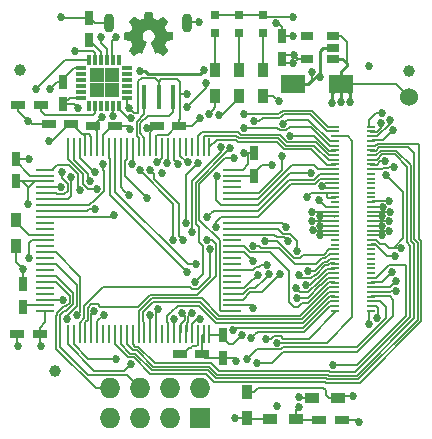
<source format=gtl>
G04 #@! TF.FileFunction,Copper,L1,Top,Signal*
%FSLAX46Y46*%
G04 Gerber Fmt 4.6, Leading zero omitted, Abs format (unit mm)*
G04 Created by KiCad (PCBNEW 4.0.1-stable) date Thursday, April 14, 2016 'AMt' 11:50:35 AM*
%MOMM*%
G01*
G04 APERTURE LIST*
%ADD10C,0.100000*%
%ADD11C,0.010000*%
%ADD12R,0.700000X0.200000*%
%ADD13C,1.000000*%
%ADD14R,0.850000X0.300000*%
%ADD15R,0.300000X0.850000*%
%ADD16R,1.300000X1.300000*%
%ADD17R,1.200000X0.750000*%
%ADD18R,0.750000X1.200000*%
%ADD19R,2.000000X1.600000*%
%ADD20R,0.797560X0.797560*%
%ADD21R,1.727200X1.727200*%
%ADD22O,1.727200X1.727200*%
%ADD23C,1.524000*%
%ADD24R,0.900000X1.200000*%
%ADD25R,1.200000X0.900000*%
%ADD26R,0.280000X1.500000*%
%ADD27R,1.500000X0.280000*%
%ADD28R,1.060000X0.650000*%
%ADD29R,0.400000X2.100000*%
%ADD30O,0.900000X1.600000*%
%ADD31C,0.685800*%
%ADD32C,0.685801*%
%ADD33C,0.152400*%
%ADD34C,0.254000*%
G04 APERTURE END LIST*
D10*
D11*
G36*
X142351912Y-90499328D02*
X142389087Y-90499340D01*
X142421821Y-90499366D01*
X142450406Y-90499411D01*
X142475137Y-90499481D01*
X142496306Y-90499581D01*
X142514208Y-90499715D01*
X142529136Y-90499889D01*
X142541384Y-90500109D01*
X142551247Y-90500379D01*
X142559017Y-90500705D01*
X142564988Y-90501092D01*
X142569454Y-90501544D01*
X142572709Y-90502067D01*
X142575046Y-90502667D01*
X142576760Y-90503349D01*
X142578032Y-90504048D01*
X142584217Y-90509369D01*
X142588517Y-90515738D01*
X142588618Y-90515984D01*
X142589468Y-90519432D01*
X142591162Y-90527481D01*
X142593633Y-90539785D01*
X142596816Y-90555999D01*
X142600644Y-90575777D01*
X142605052Y-90598772D01*
X142609972Y-90624640D01*
X142615339Y-90653034D01*
X142621087Y-90683609D01*
X142627150Y-90716019D01*
X142633461Y-90749918D01*
X142636888Y-90768396D01*
X142643321Y-90803102D01*
X142649535Y-90836614D01*
X142655466Y-90868574D01*
X142661046Y-90898625D01*
X142666209Y-90926411D01*
X142670889Y-90951572D01*
X142675018Y-90973753D01*
X142678531Y-90992596D01*
X142681362Y-91007743D01*
X142683443Y-91018837D01*
X142684708Y-91025522D01*
X142685013Y-91027096D01*
X142685885Y-91031591D01*
X142686785Y-91035572D01*
X142688016Y-91039199D01*
X142689879Y-91042631D01*
X142692678Y-91046027D01*
X142696715Y-91049546D01*
X142702292Y-91053349D01*
X142709712Y-91057593D01*
X142719277Y-91062440D01*
X142731290Y-91068046D01*
X142746054Y-91074573D01*
X142763871Y-91082180D01*
X142785043Y-91091025D01*
X142809873Y-91101268D01*
X142838663Y-91113068D01*
X142871716Y-91126586D01*
X142881628Y-91130639D01*
X142916076Y-91144740D01*
X142946188Y-91157060D01*
X142972294Y-91167692D01*
X142994727Y-91176727D01*
X143013816Y-91184258D01*
X143029894Y-91190378D01*
X143043292Y-91195177D01*
X143054341Y-91198748D01*
X143063372Y-91201184D01*
X143070717Y-91202576D01*
X143076707Y-91203017D01*
X143081673Y-91202599D01*
X143085947Y-91201413D01*
X143089860Y-91199553D01*
X143093743Y-91197110D01*
X143097927Y-91194176D01*
X143101390Y-91191759D01*
X143105895Y-91188675D01*
X143114234Y-91182960D01*
X143126094Y-91174828D01*
X143141161Y-91164496D01*
X143159123Y-91152176D01*
X143179666Y-91138085D01*
X143202477Y-91122437D01*
X143227244Y-91105447D01*
X143253652Y-91087329D01*
X143281388Y-91068299D01*
X143310140Y-91048571D01*
X143321367Y-91040867D01*
X143354967Y-91017819D01*
X143384678Y-90997457D01*
X143410756Y-90979616D01*
X143433454Y-90964130D01*
X143453028Y-90950833D01*
X143469732Y-90939561D01*
X143483819Y-90930146D01*
X143495546Y-90922424D01*
X143505166Y-90916229D01*
X143512934Y-90911394D01*
X143519104Y-90907754D01*
X143523931Y-90905144D01*
X143527669Y-90903398D01*
X143530573Y-90902350D01*
X143532897Y-90901833D01*
X143534895Y-90901684D01*
X143535110Y-90901683D01*
X143546011Y-90901683D01*
X143732758Y-91088429D01*
X143762582Y-91118256D01*
X143789048Y-91144738D01*
X143812358Y-91168086D01*
X143832712Y-91188513D01*
X143850310Y-91206229D01*
X143865352Y-91221445D01*
X143878040Y-91234372D01*
X143888573Y-91245223D01*
X143897152Y-91254207D01*
X143903977Y-91261537D01*
X143909249Y-91267423D01*
X143913168Y-91272076D01*
X143915935Y-91275708D01*
X143917749Y-91278530D01*
X143918812Y-91280754D01*
X143919323Y-91282589D01*
X143919484Y-91284249D01*
X143919495Y-91285217D01*
X143918249Y-91294021D01*
X143915215Y-91302217D01*
X143914773Y-91302985D01*
X143912686Y-91306153D01*
X143907958Y-91313162D01*
X143900798Y-91323709D01*
X143891414Y-91337491D01*
X143880012Y-91354203D01*
X143866801Y-91373542D01*
X143851987Y-91395204D01*
X143835780Y-91418884D01*
X143818385Y-91444279D01*
X143800012Y-91471086D01*
X143780866Y-91498999D01*
X143778179Y-91502916D01*
X143758759Y-91531219D01*
X143739948Y-91558639D01*
X143721966Y-91584850D01*
X143705037Y-91609529D01*
X143689383Y-91632353D01*
X143675226Y-91652997D01*
X143662787Y-91671137D01*
X143652289Y-91686450D01*
X143643954Y-91698611D01*
X143638005Y-91707297D01*
X143634663Y-91712184D01*
X143634525Y-91712386D01*
X143631271Y-91717029D01*
X143628436Y-91721113D01*
X143626117Y-91724966D01*
X143624410Y-91728916D01*
X143623412Y-91733290D01*
X143623218Y-91738418D01*
X143623927Y-91744628D01*
X143625635Y-91752247D01*
X143628437Y-91761604D01*
X143632431Y-91773027D01*
X143637713Y-91786845D01*
X143644381Y-91803385D01*
X143652529Y-91822975D01*
X143662256Y-91845945D01*
X143673657Y-91872621D01*
X143686830Y-91903333D01*
X143699234Y-91932256D01*
X143711459Y-91960761D01*
X143723181Y-91988056D01*
X143734240Y-92013768D01*
X143744475Y-92037524D01*
X143753723Y-92058952D01*
X143761825Y-92077678D01*
X143768620Y-92093330D01*
X143773945Y-92105536D01*
X143777640Y-92113921D01*
X143779544Y-92118114D01*
X143779671Y-92118370D01*
X143784634Y-92125307D01*
X143791041Y-92131298D01*
X143791084Y-92131329D01*
X143792257Y-92132180D01*
X143793418Y-92132962D01*
X143794835Y-92133728D01*
X143796774Y-92134531D01*
X143799505Y-92135425D01*
X143803294Y-92136463D01*
X143808410Y-92137699D01*
X143815119Y-92139185D01*
X143823691Y-92140974D01*
X143834392Y-92143121D01*
X143847490Y-92145678D01*
X143863253Y-92148699D01*
X143881948Y-92152236D01*
X143903845Y-92156344D01*
X143929209Y-92161075D01*
X143958308Y-92166483D01*
X143991412Y-92172621D01*
X144028786Y-92179543D01*
X144070700Y-92187300D01*
X144094287Y-92191666D01*
X144124902Y-92197339D01*
X144154300Y-92202800D01*
X144182076Y-92207972D01*
X144207820Y-92212779D01*
X144231124Y-92217143D01*
X144251580Y-92220989D01*
X144268782Y-92224240D01*
X144282319Y-92226819D01*
X144291786Y-92228650D01*
X144296773Y-92229656D01*
X144297099Y-92229729D01*
X144305862Y-92232846D01*
X144313200Y-92237326D01*
X144314703Y-92238716D01*
X144320623Y-92245018D01*
X144321262Y-92508246D01*
X144321362Y-92550381D01*
X144321443Y-92587778D01*
X144321500Y-92620730D01*
X144321528Y-92649530D01*
X144321523Y-92674469D01*
X144321481Y-92695841D01*
X144321396Y-92713938D01*
X144321265Y-92729052D01*
X144321083Y-92741475D01*
X144320845Y-92751500D01*
X144320546Y-92759419D01*
X144320183Y-92765525D01*
X144319751Y-92770110D01*
X144319245Y-92773466D01*
X144318660Y-92775886D01*
X144317993Y-92777663D01*
X144317238Y-92779088D01*
X144317056Y-92779389D01*
X144310775Y-92786182D01*
X144303843Y-92790019D01*
X144299972Y-92790937D01*
X144291590Y-92792681D01*
X144279132Y-92795167D01*
X144263035Y-92798312D01*
X144243733Y-92802032D01*
X144221662Y-92806243D01*
X144197258Y-92810861D01*
X144170957Y-92815803D01*
X144143193Y-92820984D01*
X144132010Y-92823062D01*
X144086078Y-92831585D01*
X144044833Y-92839241D01*
X144008017Y-92846081D01*
X143975370Y-92852152D01*
X143946635Y-92857503D01*
X143921553Y-92862184D01*
X143899865Y-92866244D01*
X143881313Y-92869731D01*
X143865637Y-92872695D01*
X143852580Y-92875184D01*
X143841883Y-92877248D01*
X143833287Y-92878935D01*
X143826533Y-92880294D01*
X143821364Y-92881375D01*
X143817520Y-92882226D01*
X143814743Y-92882896D01*
X143812774Y-92883435D01*
X143812077Y-92883649D01*
X143804794Y-92887446D01*
X143798208Y-92893110D01*
X143797927Y-92893437D01*
X143796055Y-92896873D01*
X143792476Y-92904645D01*
X143787329Y-92916416D01*
X143780757Y-92931844D01*
X143772901Y-92950589D01*
X143763901Y-92972313D01*
X143753899Y-92996674D01*
X143743037Y-93023333D01*
X143731454Y-93051951D01*
X143719294Y-93082186D01*
X143713193Y-93097423D01*
X143699259Y-93132282D01*
X143687081Y-93162781D01*
X143676543Y-93189233D01*
X143667533Y-93211948D01*
X143659936Y-93231239D01*
X143653639Y-93247415D01*
X143648527Y-93260787D01*
X143644487Y-93271668D01*
X143641406Y-93280367D01*
X143639168Y-93287196D01*
X143637661Y-93292467D01*
X143636770Y-93296489D01*
X143636381Y-93299575D01*
X143636382Y-93302035D01*
X143636657Y-93304180D01*
X143636961Y-93305703D01*
X143637914Y-93308459D01*
X143639976Y-93312672D01*
X143643294Y-93318563D01*
X143648016Y-93326354D01*
X143654288Y-93336268D01*
X143662257Y-93348525D01*
X143672070Y-93363349D01*
X143683875Y-93380961D01*
X143697818Y-93401583D01*
X143714045Y-93425436D01*
X143732705Y-93452743D01*
X143753943Y-93483726D01*
X143777907Y-93518606D01*
X143778620Y-93519643D01*
X143798339Y-93548371D01*
X143817248Y-93576022D01*
X143835151Y-93602303D01*
X143851851Y-93626922D01*
X143867151Y-93649585D01*
X143880857Y-93670000D01*
X143892771Y-93687874D01*
X143902698Y-93702914D01*
X143910441Y-93714828D01*
X143915804Y-93723324D01*
X143918590Y-93728107D01*
X143918951Y-93728972D01*
X143919189Y-93736912D01*
X143918379Y-93742804D01*
X143916445Y-93745722D01*
X143911277Y-93751774D01*
X143902837Y-93761002D01*
X143891086Y-93773444D01*
X143875985Y-93789142D01*
X143857494Y-93808136D01*
X143835575Y-93830466D01*
X143810189Y-93856172D01*
X143781296Y-93885294D01*
X143748858Y-93917873D01*
X143735143Y-93931619D01*
X143709929Y-93956847D01*
X143685621Y-93981107D01*
X143662468Y-94004157D01*
X143640714Y-94025753D01*
X143620608Y-94045654D01*
X143602395Y-94063615D01*
X143586321Y-94079396D01*
X143572634Y-94092752D01*
X143561579Y-94103442D01*
X143553404Y-94111223D01*
X143548354Y-94115851D01*
X143546803Y-94117089D01*
X143536833Y-94120352D01*
X143526612Y-94119312D01*
X143515289Y-94113848D01*
X143513010Y-94112346D01*
X143509136Y-94109695D01*
X143501436Y-94104419D01*
X143490229Y-94096737D01*
X143475836Y-94086870D01*
X143458578Y-94075037D01*
X143438776Y-94061458D01*
X143416749Y-94046352D01*
X143392818Y-94029940D01*
X143367305Y-94012442D01*
X143340529Y-93994077D01*
X143315940Y-93977211D01*
X143288417Y-93958348D01*
X143261938Y-93940232D01*
X143236816Y-93923074D01*
X143213363Y-93907087D01*
X143191892Y-93892482D01*
X143172716Y-93879473D01*
X143156147Y-93868271D01*
X143142498Y-93859088D01*
X143132082Y-93852136D01*
X143125212Y-93847629D01*
X143122297Y-93845825D01*
X143110483Y-93842294D01*
X143104107Y-93842398D01*
X143099402Y-93843917D01*
X143090635Y-93847726D01*
X143078135Y-93853662D01*
X143062231Y-93861562D01*
X143043253Y-93871264D01*
X143021529Y-93882606D01*
X143004559Y-93891596D01*
X142980834Y-93904199D01*
X142961102Y-93914565D01*
X142944942Y-93922860D01*
X142931927Y-93929252D01*
X142921636Y-93933908D01*
X142913644Y-93936995D01*
X142907526Y-93938680D01*
X142902861Y-93939131D01*
X142899223Y-93938513D01*
X142896189Y-93936994D01*
X142893889Y-93935222D01*
X142892309Y-93932374D01*
X142888885Y-93925011D01*
X142883675Y-93913274D01*
X142876737Y-93897305D01*
X142868133Y-93877245D01*
X142857920Y-93853234D01*
X142846159Y-93825413D01*
X142832908Y-93793924D01*
X142818227Y-93758906D01*
X142802175Y-93720501D01*
X142784812Y-93678850D01*
X142766196Y-93634094D01*
X142746388Y-93586374D01*
X142725446Y-93535830D01*
X142708588Y-93495080D01*
X142686707Y-93442154D01*
X142666672Y-93393674D01*
X142648403Y-93349444D01*
X142631821Y-93309263D01*
X142616845Y-93272932D01*
X142603396Y-93240253D01*
X142591395Y-93211026D01*
X142580763Y-93185052D01*
X142571419Y-93162131D01*
X142563285Y-93142066D01*
X142556280Y-93124657D01*
X142550325Y-93109704D01*
X142545342Y-93097009D01*
X142541249Y-93086373D01*
X142537968Y-93077595D01*
X142535419Y-93070478D01*
X142533522Y-93064823D01*
X142532199Y-93060429D01*
X142531369Y-93057099D01*
X142530953Y-93054632D01*
X142530871Y-93052830D01*
X142531045Y-93051494D01*
X142531199Y-93050950D01*
X142533599Y-93045298D01*
X142537242Y-93040243D01*
X142542912Y-93035085D01*
X142551395Y-93029125D01*
X142563475Y-93021663D01*
X142565257Y-93020602D01*
X142577135Y-93013219D01*
X142590052Y-93004680D01*
X142601491Y-92996656D01*
X142602980Y-92995558D01*
X142612649Y-92988368D01*
X142624572Y-92979506D01*
X142636963Y-92970299D01*
X142644475Y-92964719D01*
X142685725Y-92930988D01*
X142723516Y-92893697D01*
X142757598Y-92853121D01*
X142787724Y-92809533D01*
X142793524Y-92800024D01*
X142816301Y-92757314D01*
X142835628Y-92711638D01*
X142851173Y-92663973D01*
X142862607Y-92615300D01*
X142868232Y-92579155D01*
X142869830Y-92560627D01*
X142870694Y-92538600D01*
X142870850Y-92514549D01*
X142870321Y-92489948D01*
X142869129Y-92466271D01*
X142867300Y-92444991D01*
X142865914Y-92434045D01*
X142855747Y-92381737D01*
X142840996Y-92331214D01*
X142821839Y-92282723D01*
X142798456Y-92236508D01*
X142771024Y-92192817D01*
X142739724Y-92151897D01*
X142704732Y-92113992D01*
X142666229Y-92079350D01*
X142624393Y-92048217D01*
X142579403Y-92020840D01*
X142557977Y-92009712D01*
X142510646Y-91988956D01*
X142462462Y-91972984D01*
X142413044Y-91961707D01*
X142362010Y-91955039D01*
X142310000Y-91952891D01*
X142264843Y-91954365D01*
X142222475Y-91958928D01*
X142181562Y-91966788D01*
X142140769Y-91978152D01*
X142133960Y-91980378D01*
X142084705Y-91999370D01*
X142037852Y-92022596D01*
X141993643Y-92049815D01*
X141952319Y-92080788D01*
X141914122Y-92115275D01*
X141879295Y-92153036D01*
X141848078Y-92193832D01*
X141820714Y-92237422D01*
X141797445Y-92283567D01*
X141778512Y-92332026D01*
X141778074Y-92333329D01*
X141766907Y-92370050D01*
X141758666Y-92405126D01*
X141753102Y-92440130D01*
X141749965Y-92476637D01*
X141749004Y-92516084D01*
X141749990Y-92553824D01*
X141753057Y-92588572D01*
X141758476Y-92622030D01*
X141766521Y-92655900D01*
X141776756Y-92689742D01*
X141795700Y-92739412D01*
X141818995Y-92786635D01*
X141846490Y-92831205D01*
X141878038Y-92872917D01*
X141913490Y-92911564D01*
X141952697Y-92946943D01*
X141975524Y-92964723D01*
X141986681Y-92972991D01*
X141997963Y-92981394D01*
X142007838Y-92988788D01*
X142013247Y-92992869D01*
X142021470Y-92998763D01*
X142032332Y-93006081D01*
X142044134Y-93013693D01*
X142050970Y-93017937D01*
X142064169Y-93026145D01*
X142073686Y-93032542D01*
X142080241Y-93037755D01*
X142084550Y-93042410D01*
X142087333Y-93047134D01*
X142088805Y-93050963D01*
X142089075Y-93052144D01*
X142089131Y-93053689D01*
X142088892Y-93055799D01*
X142088280Y-93058672D01*
X142087214Y-93062506D01*
X142085615Y-93067503D01*
X142083404Y-93073860D01*
X142080501Y-93081776D01*
X142076826Y-93091451D01*
X142072300Y-93103084D01*
X142066844Y-93116874D01*
X142060377Y-93133020D01*
X142052821Y-93151722D01*
X142044096Y-93173177D01*
X142034121Y-93197586D01*
X142022819Y-93225148D01*
X142010108Y-93256061D01*
X141995911Y-93290526D01*
X141980146Y-93328740D01*
X141962735Y-93370903D01*
X141943598Y-93417214D01*
X141922655Y-93467873D01*
X141911400Y-93495093D01*
X141889840Y-93547188D01*
X141869326Y-93596673D01*
X141849918Y-93643400D01*
X141831680Y-93687222D01*
X141814674Y-93727990D01*
X141798960Y-93765558D01*
X141784603Y-93799776D01*
X141771664Y-93830499D01*
X141760205Y-93857577D01*
X141750288Y-93880864D01*
X141741976Y-93900211D01*
X141735331Y-93915471D01*
X141730415Y-93926495D01*
X141727290Y-93933138D01*
X141726094Y-93935222D01*
X141719755Y-93938499D01*
X141713425Y-93939623D01*
X141708868Y-93938370D01*
X141700014Y-93934631D01*
X141686924Y-93928434D01*
X141669655Y-93919809D01*
X141648269Y-93908785D01*
X141622823Y-93895390D01*
X141616253Y-93891898D01*
X141596434Y-93881410D01*
X141577737Y-93871640D01*
X141560684Y-93862852D01*
X141545798Y-93855310D01*
X141533603Y-93849279D01*
X141524622Y-93845022D01*
X141519377Y-93842804D01*
X141518575Y-93842569D01*
X141510146Y-93842265D01*
X141502779Y-93843666D01*
X141499584Y-93845468D01*
X141492560Y-93849915D01*
X141482019Y-93856797D01*
X141468271Y-93865905D01*
X141451630Y-93877028D01*
X141432407Y-93889958D01*
X141410914Y-93904484D01*
X141387463Y-93920396D01*
X141362365Y-93937486D01*
X141335933Y-93955542D01*
X141312155Y-93971834D01*
X141284535Y-93990782D01*
X141257794Y-94009127D01*
X141232265Y-94026639D01*
X141208281Y-94043089D01*
X141186177Y-94058249D01*
X141166285Y-94071890D01*
X141148940Y-94083784D01*
X141134475Y-94093700D01*
X141123223Y-94101411D01*
X141115520Y-94106688D01*
X141112143Y-94108997D01*
X141100080Y-94116348D01*
X141090284Y-94120042D01*
X141081756Y-94120249D01*
X141073499Y-94117140D01*
X141071435Y-94115912D01*
X141068636Y-94113496D01*
X141062539Y-94107759D01*
X141053394Y-94098946D01*
X141041448Y-94087303D01*
X141026951Y-94073076D01*
X141010151Y-94056510D01*
X140991297Y-94037851D01*
X140970638Y-94017345D01*
X140948423Y-93995237D01*
X140924900Y-93971772D01*
X140900318Y-93947196D01*
X140883599Y-93930451D01*
X140849864Y-93896593D01*
X140819690Y-93866208D01*
X140793039Y-93839257D01*
X140769874Y-93815702D01*
X140750155Y-93795503D01*
X140733845Y-93778619D01*
X140720905Y-93765013D01*
X140711297Y-93754645D01*
X140704984Y-93747474D01*
X140701926Y-93743463D01*
X140701620Y-93742804D01*
X140700720Y-93734838D01*
X140701035Y-93728972D01*
X140702592Y-93725961D01*
X140706814Y-93719106D01*
X140713504Y-93708700D01*
X140722468Y-93695035D01*
X140733508Y-93678405D01*
X140746428Y-93659102D01*
X140761032Y-93637418D01*
X140777124Y-93613647D01*
X140794507Y-93588081D01*
X140812986Y-93561013D01*
X140832364Y-93532735D01*
X140841360Y-93519643D01*
X140865411Y-93484639D01*
X140886733Y-93453539D01*
X140905470Y-93426121D01*
X140921771Y-93402165D01*
X140935781Y-93381447D01*
X140947648Y-93363747D01*
X140957518Y-93348844D01*
X140965539Y-93336515D01*
X140971856Y-93326539D01*
X140976616Y-93318694D01*
X140979967Y-93312759D01*
X140982054Y-93308513D01*
X140983025Y-93305733D01*
X140983032Y-93305703D01*
X140983436Y-93303591D01*
X140983648Y-93301390D01*
X140983553Y-93298789D01*
X140983037Y-93295475D01*
X140981987Y-93291139D01*
X140980289Y-93285468D01*
X140977829Y-93278151D01*
X140974492Y-93268877D01*
X140970166Y-93257335D01*
X140964736Y-93243213D01*
X140958087Y-93226201D01*
X140950107Y-93205986D01*
X140940682Y-93182258D01*
X140929696Y-93154705D01*
X140917038Y-93123017D01*
X140906905Y-93097669D01*
X140894860Y-93067618D01*
X140883256Y-93038812D01*
X140872239Y-93011606D01*
X140861957Y-92986358D01*
X140852556Y-92963425D01*
X140844185Y-92943164D01*
X140836989Y-92925931D01*
X140831117Y-92912083D01*
X140826716Y-92901977D01*
X140823932Y-92895970D01*
X140823088Y-92894467D01*
X140816838Y-92888611D01*
X140810097Y-92884588D01*
X140806559Y-92883678D01*
X140798425Y-92881925D01*
X140786048Y-92879397D01*
X140769779Y-92876162D01*
X140749970Y-92872289D01*
X140726973Y-92867844D01*
X140701139Y-92862896D01*
X140672820Y-92857512D01*
X140642367Y-92851761D01*
X140610133Y-92845710D01*
X140576468Y-92839427D01*
X140563435Y-92837004D01*
X140529307Y-92830655D01*
X140496465Y-92824523D01*
X140465261Y-92818675D01*
X140436049Y-92813179D01*
X140409181Y-92808101D01*
X140385011Y-92803509D01*
X140363890Y-92799469D01*
X140346171Y-92796049D01*
X140332208Y-92793316D01*
X140322352Y-92791337D01*
X140316958Y-92790179D01*
X140316157Y-92789970D01*
X140308245Y-92785394D01*
X140302943Y-92779389D01*
X140302168Y-92778002D01*
X140301481Y-92776330D01*
X140300879Y-92774080D01*
X140300355Y-92770959D01*
X140299907Y-92766675D01*
X140299529Y-92760936D01*
X140299216Y-92753449D01*
X140298965Y-92743921D01*
X140298771Y-92732061D01*
X140298628Y-92717577D01*
X140298534Y-92700175D01*
X140298482Y-92679563D01*
X140298470Y-92655449D01*
X140298491Y-92627540D01*
X140298541Y-92595545D01*
X140298617Y-92559170D01*
X140298713Y-92518123D01*
X140298737Y-92508246D01*
X140299376Y-92245018D01*
X140305371Y-92238637D01*
X140306249Y-92237558D01*
X140306863Y-92236630D01*
X140307492Y-92235794D01*
X140308412Y-92234993D01*
X140309901Y-92234170D01*
X140312235Y-92233267D01*
X140315692Y-92232228D01*
X140320550Y-92230993D01*
X140327085Y-92229507D01*
X140335575Y-92227712D01*
X140346297Y-92225550D01*
X140359528Y-92222964D01*
X140375546Y-92219897D01*
X140394627Y-92216290D01*
X140417049Y-92212087D01*
X140443089Y-92207231D01*
X140473025Y-92201663D01*
X140507133Y-92195327D01*
X140545691Y-92188165D01*
X140579033Y-92181969D01*
X140619894Y-92174373D01*
X140656104Y-92167633D01*
X140687952Y-92161678D01*
X140715730Y-92156438D01*
X140739729Y-92151841D01*
X140760240Y-92147816D01*
X140777555Y-92144294D01*
X140791964Y-92141202D01*
X140803759Y-92138470D01*
X140813232Y-92136027D01*
X140820672Y-92133802D01*
X140826372Y-92131724D01*
X140830622Y-92129723D01*
X140833714Y-92127728D01*
X140835938Y-92125667D01*
X140837587Y-92123470D01*
X140838951Y-92121066D01*
X140840321Y-92118384D01*
X140840328Y-92118370D01*
X140841932Y-92114878D01*
X140845354Y-92107134D01*
X140850431Y-92095510D01*
X140857002Y-92080381D01*
X140864907Y-92062119D01*
X140873985Y-92041096D01*
X140884073Y-92017685D01*
X140895012Y-91992259D01*
X140906640Y-91965190D01*
X140918795Y-91936853D01*
X140920765Y-91932256D01*
X140935488Y-91897931D01*
X140948358Y-91867914D01*
X140959474Y-91841878D01*
X140968931Y-91819494D01*
X140976826Y-91800435D01*
X140983256Y-91784371D01*
X140988317Y-91770975D01*
X140992107Y-91759918D01*
X140994721Y-91750873D01*
X140996256Y-91743511D01*
X140996809Y-91737503D01*
X140996477Y-91732522D01*
X140995356Y-91728240D01*
X140993543Y-91724328D01*
X140991134Y-91720457D01*
X140988226Y-91716301D01*
X140985494Y-91712386D01*
X140982369Y-91707811D01*
X140976618Y-91699410D01*
X140968463Y-91687505D01*
X140958122Y-91672415D01*
X140945816Y-91654463D01*
X140931766Y-91633969D01*
X140916191Y-91611255D01*
X140899312Y-91586642D01*
X140881348Y-91560451D01*
X140862521Y-91533003D01*
X140843050Y-91504620D01*
X140840030Y-91500217D01*
X140820707Y-91472039D01*
X140802160Y-91444966D01*
X140784592Y-91419298D01*
X140768206Y-91395329D01*
X140753202Y-91373359D01*
X140739785Y-91353683D01*
X140728157Y-91336599D01*
X140718520Y-91322404D01*
X140711077Y-91311394D01*
X140706030Y-91303867D01*
X140703582Y-91300120D01*
X140703407Y-91299823D01*
X140701443Y-91293596D01*
X140700507Y-91285669D01*
X140700495Y-91284753D01*
X140700576Y-91283141D01*
X140700955Y-91281404D01*
X140701831Y-91279332D01*
X140703405Y-91276714D01*
X140705877Y-91273339D01*
X140709448Y-91268996D01*
X140714318Y-91263476D01*
X140720686Y-91256567D01*
X140728754Y-91248059D01*
X140738723Y-91237740D01*
X140750791Y-91225402D01*
X140765160Y-91210832D01*
X140782031Y-91193820D01*
X140801602Y-91174155D01*
X140824076Y-91151628D01*
X140849652Y-91126027D01*
X140878530Y-91097141D01*
X140887241Y-91088429D01*
X141073988Y-90901683D01*
X141084972Y-90901683D01*
X141086369Y-90901594D01*
X141087491Y-90901417D01*
X141088543Y-90901286D01*
X141089727Y-90901335D01*
X141091247Y-90901700D01*
X141093305Y-90902514D01*
X141096105Y-90903912D01*
X141099851Y-90906028D01*
X141104744Y-90908997D01*
X141110989Y-90912953D01*
X141118789Y-90918030D01*
X141128346Y-90924364D01*
X141139864Y-90932087D01*
X141153546Y-90941336D01*
X141169595Y-90952243D01*
X141188215Y-90964944D01*
X141209608Y-90979574D01*
X141233978Y-90996265D01*
X141261528Y-91015153D01*
X141292460Y-91036373D01*
X141326979Y-91060058D01*
X141365287Y-91086344D01*
X141398033Y-91108809D01*
X141425331Y-91127530D01*
X141448804Y-91143605D01*
X141468772Y-91157235D01*
X141485556Y-91168622D01*
X141499475Y-91177967D01*
X141510851Y-91185472D01*
X141520003Y-91191339D01*
X141527253Y-91195769D01*
X141532919Y-91198963D01*
X141537323Y-91201124D01*
X141540786Y-91202454D01*
X141543627Y-91203152D01*
X141546166Y-91203422D01*
X141548451Y-91203465D01*
X141551406Y-91203229D01*
X141555398Y-91202441D01*
X141560742Y-91200979D01*
X141567755Y-91198723D01*
X141576754Y-91195553D01*
X141588054Y-91191347D01*
X141601972Y-91185985D01*
X141618824Y-91179345D01*
X141638927Y-91171308D01*
X141662596Y-91161752D01*
X141690148Y-91150556D01*
X141721900Y-91137600D01*
X141736141Y-91131777D01*
X141764446Y-91120172D01*
X141791495Y-91109031D01*
X141816912Y-91098511D01*
X141840319Y-91088772D01*
X141861341Y-91079970D01*
X141879601Y-91072266D01*
X141894722Y-91065816D01*
X141906327Y-91060779D01*
X141914041Y-91057313D01*
X141917486Y-91055577D01*
X141917527Y-91055547D01*
X141919785Y-91053863D01*
X141921830Y-91052155D01*
X141923729Y-91050136D01*
X141925547Y-91047517D01*
X141927351Y-91044014D01*
X141929207Y-91039338D01*
X141931181Y-91033203D01*
X141933339Y-91025322D01*
X141935747Y-91015407D01*
X141938471Y-91003173D01*
X141941577Y-90988331D01*
X141945131Y-90970596D01*
X141949200Y-90949680D01*
X141953849Y-90925296D01*
X141959144Y-90897158D01*
X141965152Y-90864977D01*
X141971939Y-90828468D01*
X141979570Y-90787344D01*
X141980771Y-90780869D01*
X141987357Y-90745447D01*
X141993728Y-90711329D01*
X141999819Y-90678850D01*
X142005567Y-90648348D01*
X142010907Y-90620159D01*
X142015774Y-90594620D01*
X142020105Y-90572068D01*
X142023834Y-90552838D01*
X142026898Y-90537269D01*
X142029233Y-90525695D01*
X142030773Y-90518455D01*
X142031400Y-90515984D01*
X142035549Y-90509638D01*
X142041701Y-90504214D01*
X142041968Y-90504048D01*
X142043368Y-90503288D01*
X142045123Y-90502614D01*
X142047526Y-90502020D01*
X142050872Y-90501503D01*
X142055454Y-90501056D01*
X142061565Y-90500675D01*
X142069501Y-90500354D01*
X142079553Y-90500089D01*
X142092017Y-90499873D01*
X142107185Y-90499702D01*
X142125351Y-90499571D01*
X142146810Y-90499474D01*
X142171855Y-90499406D01*
X142200779Y-90499363D01*
X142233876Y-90499338D01*
X142271441Y-90499328D01*
X142310000Y-90499325D01*
X142351912Y-90499328D01*
X142351912Y-90499328D01*
G37*
X142351912Y-90499328D02*
X142389087Y-90499340D01*
X142421821Y-90499366D01*
X142450406Y-90499411D01*
X142475137Y-90499481D01*
X142496306Y-90499581D01*
X142514208Y-90499715D01*
X142529136Y-90499889D01*
X142541384Y-90500109D01*
X142551247Y-90500379D01*
X142559017Y-90500705D01*
X142564988Y-90501092D01*
X142569454Y-90501544D01*
X142572709Y-90502067D01*
X142575046Y-90502667D01*
X142576760Y-90503349D01*
X142578032Y-90504048D01*
X142584217Y-90509369D01*
X142588517Y-90515738D01*
X142588618Y-90515984D01*
X142589468Y-90519432D01*
X142591162Y-90527481D01*
X142593633Y-90539785D01*
X142596816Y-90555999D01*
X142600644Y-90575777D01*
X142605052Y-90598772D01*
X142609972Y-90624640D01*
X142615339Y-90653034D01*
X142621087Y-90683609D01*
X142627150Y-90716019D01*
X142633461Y-90749918D01*
X142636888Y-90768396D01*
X142643321Y-90803102D01*
X142649535Y-90836614D01*
X142655466Y-90868574D01*
X142661046Y-90898625D01*
X142666209Y-90926411D01*
X142670889Y-90951572D01*
X142675018Y-90973753D01*
X142678531Y-90992596D01*
X142681362Y-91007743D01*
X142683443Y-91018837D01*
X142684708Y-91025522D01*
X142685013Y-91027096D01*
X142685885Y-91031591D01*
X142686785Y-91035572D01*
X142688016Y-91039199D01*
X142689879Y-91042631D01*
X142692678Y-91046027D01*
X142696715Y-91049546D01*
X142702292Y-91053349D01*
X142709712Y-91057593D01*
X142719277Y-91062440D01*
X142731290Y-91068046D01*
X142746054Y-91074573D01*
X142763871Y-91082180D01*
X142785043Y-91091025D01*
X142809873Y-91101268D01*
X142838663Y-91113068D01*
X142871716Y-91126586D01*
X142881628Y-91130639D01*
X142916076Y-91144740D01*
X142946188Y-91157060D01*
X142972294Y-91167692D01*
X142994727Y-91176727D01*
X143013816Y-91184258D01*
X143029894Y-91190378D01*
X143043292Y-91195177D01*
X143054341Y-91198748D01*
X143063372Y-91201184D01*
X143070717Y-91202576D01*
X143076707Y-91203017D01*
X143081673Y-91202599D01*
X143085947Y-91201413D01*
X143089860Y-91199553D01*
X143093743Y-91197110D01*
X143097927Y-91194176D01*
X143101390Y-91191759D01*
X143105895Y-91188675D01*
X143114234Y-91182960D01*
X143126094Y-91174828D01*
X143141161Y-91164496D01*
X143159123Y-91152176D01*
X143179666Y-91138085D01*
X143202477Y-91122437D01*
X143227244Y-91105447D01*
X143253652Y-91087329D01*
X143281388Y-91068299D01*
X143310140Y-91048571D01*
X143321367Y-91040867D01*
X143354967Y-91017819D01*
X143384678Y-90997457D01*
X143410756Y-90979616D01*
X143433454Y-90964130D01*
X143453028Y-90950833D01*
X143469732Y-90939561D01*
X143483819Y-90930146D01*
X143495546Y-90922424D01*
X143505166Y-90916229D01*
X143512934Y-90911394D01*
X143519104Y-90907754D01*
X143523931Y-90905144D01*
X143527669Y-90903398D01*
X143530573Y-90902350D01*
X143532897Y-90901833D01*
X143534895Y-90901684D01*
X143535110Y-90901683D01*
X143546011Y-90901683D01*
X143732758Y-91088429D01*
X143762582Y-91118256D01*
X143789048Y-91144738D01*
X143812358Y-91168086D01*
X143832712Y-91188513D01*
X143850310Y-91206229D01*
X143865352Y-91221445D01*
X143878040Y-91234372D01*
X143888573Y-91245223D01*
X143897152Y-91254207D01*
X143903977Y-91261537D01*
X143909249Y-91267423D01*
X143913168Y-91272076D01*
X143915935Y-91275708D01*
X143917749Y-91278530D01*
X143918812Y-91280754D01*
X143919323Y-91282589D01*
X143919484Y-91284249D01*
X143919495Y-91285217D01*
X143918249Y-91294021D01*
X143915215Y-91302217D01*
X143914773Y-91302985D01*
X143912686Y-91306153D01*
X143907958Y-91313162D01*
X143900798Y-91323709D01*
X143891414Y-91337491D01*
X143880012Y-91354203D01*
X143866801Y-91373542D01*
X143851987Y-91395204D01*
X143835780Y-91418884D01*
X143818385Y-91444279D01*
X143800012Y-91471086D01*
X143780866Y-91498999D01*
X143778179Y-91502916D01*
X143758759Y-91531219D01*
X143739948Y-91558639D01*
X143721966Y-91584850D01*
X143705037Y-91609529D01*
X143689383Y-91632353D01*
X143675226Y-91652997D01*
X143662787Y-91671137D01*
X143652289Y-91686450D01*
X143643954Y-91698611D01*
X143638005Y-91707297D01*
X143634663Y-91712184D01*
X143634525Y-91712386D01*
X143631271Y-91717029D01*
X143628436Y-91721113D01*
X143626117Y-91724966D01*
X143624410Y-91728916D01*
X143623412Y-91733290D01*
X143623218Y-91738418D01*
X143623927Y-91744628D01*
X143625635Y-91752247D01*
X143628437Y-91761604D01*
X143632431Y-91773027D01*
X143637713Y-91786845D01*
X143644381Y-91803385D01*
X143652529Y-91822975D01*
X143662256Y-91845945D01*
X143673657Y-91872621D01*
X143686830Y-91903333D01*
X143699234Y-91932256D01*
X143711459Y-91960761D01*
X143723181Y-91988056D01*
X143734240Y-92013768D01*
X143744475Y-92037524D01*
X143753723Y-92058952D01*
X143761825Y-92077678D01*
X143768620Y-92093330D01*
X143773945Y-92105536D01*
X143777640Y-92113921D01*
X143779544Y-92118114D01*
X143779671Y-92118370D01*
X143784634Y-92125307D01*
X143791041Y-92131298D01*
X143791084Y-92131329D01*
X143792257Y-92132180D01*
X143793418Y-92132962D01*
X143794835Y-92133728D01*
X143796774Y-92134531D01*
X143799505Y-92135425D01*
X143803294Y-92136463D01*
X143808410Y-92137699D01*
X143815119Y-92139185D01*
X143823691Y-92140974D01*
X143834392Y-92143121D01*
X143847490Y-92145678D01*
X143863253Y-92148699D01*
X143881948Y-92152236D01*
X143903845Y-92156344D01*
X143929209Y-92161075D01*
X143958308Y-92166483D01*
X143991412Y-92172621D01*
X144028786Y-92179543D01*
X144070700Y-92187300D01*
X144094287Y-92191666D01*
X144124902Y-92197339D01*
X144154300Y-92202800D01*
X144182076Y-92207972D01*
X144207820Y-92212779D01*
X144231124Y-92217143D01*
X144251580Y-92220989D01*
X144268782Y-92224240D01*
X144282319Y-92226819D01*
X144291786Y-92228650D01*
X144296773Y-92229656D01*
X144297099Y-92229729D01*
X144305862Y-92232846D01*
X144313200Y-92237326D01*
X144314703Y-92238716D01*
X144320623Y-92245018D01*
X144321262Y-92508246D01*
X144321362Y-92550381D01*
X144321443Y-92587778D01*
X144321500Y-92620730D01*
X144321528Y-92649530D01*
X144321523Y-92674469D01*
X144321481Y-92695841D01*
X144321396Y-92713938D01*
X144321265Y-92729052D01*
X144321083Y-92741475D01*
X144320845Y-92751500D01*
X144320546Y-92759419D01*
X144320183Y-92765525D01*
X144319751Y-92770110D01*
X144319245Y-92773466D01*
X144318660Y-92775886D01*
X144317993Y-92777663D01*
X144317238Y-92779088D01*
X144317056Y-92779389D01*
X144310775Y-92786182D01*
X144303843Y-92790019D01*
X144299972Y-92790937D01*
X144291590Y-92792681D01*
X144279132Y-92795167D01*
X144263035Y-92798312D01*
X144243733Y-92802032D01*
X144221662Y-92806243D01*
X144197258Y-92810861D01*
X144170957Y-92815803D01*
X144143193Y-92820984D01*
X144132010Y-92823062D01*
X144086078Y-92831585D01*
X144044833Y-92839241D01*
X144008017Y-92846081D01*
X143975370Y-92852152D01*
X143946635Y-92857503D01*
X143921553Y-92862184D01*
X143899865Y-92866244D01*
X143881313Y-92869731D01*
X143865637Y-92872695D01*
X143852580Y-92875184D01*
X143841883Y-92877248D01*
X143833287Y-92878935D01*
X143826533Y-92880294D01*
X143821364Y-92881375D01*
X143817520Y-92882226D01*
X143814743Y-92882896D01*
X143812774Y-92883435D01*
X143812077Y-92883649D01*
X143804794Y-92887446D01*
X143798208Y-92893110D01*
X143797927Y-92893437D01*
X143796055Y-92896873D01*
X143792476Y-92904645D01*
X143787329Y-92916416D01*
X143780757Y-92931844D01*
X143772901Y-92950589D01*
X143763901Y-92972313D01*
X143753899Y-92996674D01*
X143743037Y-93023333D01*
X143731454Y-93051951D01*
X143719294Y-93082186D01*
X143713193Y-93097423D01*
X143699259Y-93132282D01*
X143687081Y-93162781D01*
X143676543Y-93189233D01*
X143667533Y-93211948D01*
X143659936Y-93231239D01*
X143653639Y-93247415D01*
X143648527Y-93260787D01*
X143644487Y-93271668D01*
X143641406Y-93280367D01*
X143639168Y-93287196D01*
X143637661Y-93292467D01*
X143636770Y-93296489D01*
X143636381Y-93299575D01*
X143636382Y-93302035D01*
X143636657Y-93304180D01*
X143636961Y-93305703D01*
X143637914Y-93308459D01*
X143639976Y-93312672D01*
X143643294Y-93318563D01*
X143648016Y-93326354D01*
X143654288Y-93336268D01*
X143662257Y-93348525D01*
X143672070Y-93363349D01*
X143683875Y-93380961D01*
X143697818Y-93401583D01*
X143714045Y-93425436D01*
X143732705Y-93452743D01*
X143753943Y-93483726D01*
X143777907Y-93518606D01*
X143778620Y-93519643D01*
X143798339Y-93548371D01*
X143817248Y-93576022D01*
X143835151Y-93602303D01*
X143851851Y-93626922D01*
X143867151Y-93649585D01*
X143880857Y-93670000D01*
X143892771Y-93687874D01*
X143902698Y-93702914D01*
X143910441Y-93714828D01*
X143915804Y-93723324D01*
X143918590Y-93728107D01*
X143918951Y-93728972D01*
X143919189Y-93736912D01*
X143918379Y-93742804D01*
X143916445Y-93745722D01*
X143911277Y-93751774D01*
X143902837Y-93761002D01*
X143891086Y-93773444D01*
X143875985Y-93789142D01*
X143857494Y-93808136D01*
X143835575Y-93830466D01*
X143810189Y-93856172D01*
X143781296Y-93885294D01*
X143748858Y-93917873D01*
X143735143Y-93931619D01*
X143709929Y-93956847D01*
X143685621Y-93981107D01*
X143662468Y-94004157D01*
X143640714Y-94025753D01*
X143620608Y-94045654D01*
X143602395Y-94063615D01*
X143586321Y-94079396D01*
X143572634Y-94092752D01*
X143561579Y-94103442D01*
X143553404Y-94111223D01*
X143548354Y-94115851D01*
X143546803Y-94117089D01*
X143536833Y-94120352D01*
X143526612Y-94119312D01*
X143515289Y-94113848D01*
X143513010Y-94112346D01*
X143509136Y-94109695D01*
X143501436Y-94104419D01*
X143490229Y-94096737D01*
X143475836Y-94086870D01*
X143458578Y-94075037D01*
X143438776Y-94061458D01*
X143416749Y-94046352D01*
X143392818Y-94029940D01*
X143367305Y-94012442D01*
X143340529Y-93994077D01*
X143315940Y-93977211D01*
X143288417Y-93958348D01*
X143261938Y-93940232D01*
X143236816Y-93923074D01*
X143213363Y-93907087D01*
X143191892Y-93892482D01*
X143172716Y-93879473D01*
X143156147Y-93868271D01*
X143142498Y-93859088D01*
X143132082Y-93852136D01*
X143125212Y-93847629D01*
X143122297Y-93845825D01*
X143110483Y-93842294D01*
X143104107Y-93842398D01*
X143099402Y-93843917D01*
X143090635Y-93847726D01*
X143078135Y-93853662D01*
X143062231Y-93861562D01*
X143043253Y-93871264D01*
X143021529Y-93882606D01*
X143004559Y-93891596D01*
X142980834Y-93904199D01*
X142961102Y-93914565D01*
X142944942Y-93922860D01*
X142931927Y-93929252D01*
X142921636Y-93933908D01*
X142913644Y-93936995D01*
X142907526Y-93938680D01*
X142902861Y-93939131D01*
X142899223Y-93938513D01*
X142896189Y-93936994D01*
X142893889Y-93935222D01*
X142892309Y-93932374D01*
X142888885Y-93925011D01*
X142883675Y-93913274D01*
X142876737Y-93897305D01*
X142868133Y-93877245D01*
X142857920Y-93853234D01*
X142846159Y-93825413D01*
X142832908Y-93793924D01*
X142818227Y-93758906D01*
X142802175Y-93720501D01*
X142784812Y-93678850D01*
X142766196Y-93634094D01*
X142746388Y-93586374D01*
X142725446Y-93535830D01*
X142708588Y-93495080D01*
X142686707Y-93442154D01*
X142666672Y-93393674D01*
X142648403Y-93349444D01*
X142631821Y-93309263D01*
X142616845Y-93272932D01*
X142603396Y-93240253D01*
X142591395Y-93211026D01*
X142580763Y-93185052D01*
X142571419Y-93162131D01*
X142563285Y-93142066D01*
X142556280Y-93124657D01*
X142550325Y-93109704D01*
X142545342Y-93097009D01*
X142541249Y-93086373D01*
X142537968Y-93077595D01*
X142535419Y-93070478D01*
X142533522Y-93064823D01*
X142532199Y-93060429D01*
X142531369Y-93057099D01*
X142530953Y-93054632D01*
X142530871Y-93052830D01*
X142531045Y-93051494D01*
X142531199Y-93050950D01*
X142533599Y-93045298D01*
X142537242Y-93040243D01*
X142542912Y-93035085D01*
X142551395Y-93029125D01*
X142563475Y-93021663D01*
X142565257Y-93020602D01*
X142577135Y-93013219D01*
X142590052Y-93004680D01*
X142601491Y-92996656D01*
X142602980Y-92995558D01*
X142612649Y-92988368D01*
X142624572Y-92979506D01*
X142636963Y-92970299D01*
X142644475Y-92964719D01*
X142685725Y-92930988D01*
X142723516Y-92893697D01*
X142757598Y-92853121D01*
X142787724Y-92809533D01*
X142793524Y-92800024D01*
X142816301Y-92757314D01*
X142835628Y-92711638D01*
X142851173Y-92663973D01*
X142862607Y-92615300D01*
X142868232Y-92579155D01*
X142869830Y-92560627D01*
X142870694Y-92538600D01*
X142870850Y-92514549D01*
X142870321Y-92489948D01*
X142869129Y-92466271D01*
X142867300Y-92444991D01*
X142865914Y-92434045D01*
X142855747Y-92381737D01*
X142840996Y-92331214D01*
X142821839Y-92282723D01*
X142798456Y-92236508D01*
X142771024Y-92192817D01*
X142739724Y-92151897D01*
X142704732Y-92113992D01*
X142666229Y-92079350D01*
X142624393Y-92048217D01*
X142579403Y-92020840D01*
X142557977Y-92009712D01*
X142510646Y-91988956D01*
X142462462Y-91972984D01*
X142413044Y-91961707D01*
X142362010Y-91955039D01*
X142310000Y-91952891D01*
X142264843Y-91954365D01*
X142222475Y-91958928D01*
X142181562Y-91966788D01*
X142140769Y-91978152D01*
X142133960Y-91980378D01*
X142084705Y-91999370D01*
X142037852Y-92022596D01*
X141993643Y-92049815D01*
X141952319Y-92080788D01*
X141914122Y-92115275D01*
X141879295Y-92153036D01*
X141848078Y-92193832D01*
X141820714Y-92237422D01*
X141797445Y-92283567D01*
X141778512Y-92332026D01*
X141778074Y-92333329D01*
X141766907Y-92370050D01*
X141758666Y-92405126D01*
X141753102Y-92440130D01*
X141749965Y-92476637D01*
X141749004Y-92516084D01*
X141749990Y-92553824D01*
X141753057Y-92588572D01*
X141758476Y-92622030D01*
X141766521Y-92655900D01*
X141776756Y-92689742D01*
X141795700Y-92739412D01*
X141818995Y-92786635D01*
X141846490Y-92831205D01*
X141878038Y-92872917D01*
X141913490Y-92911564D01*
X141952697Y-92946943D01*
X141975524Y-92964723D01*
X141986681Y-92972991D01*
X141997963Y-92981394D01*
X142007838Y-92988788D01*
X142013247Y-92992869D01*
X142021470Y-92998763D01*
X142032332Y-93006081D01*
X142044134Y-93013693D01*
X142050970Y-93017937D01*
X142064169Y-93026145D01*
X142073686Y-93032542D01*
X142080241Y-93037755D01*
X142084550Y-93042410D01*
X142087333Y-93047134D01*
X142088805Y-93050963D01*
X142089075Y-93052144D01*
X142089131Y-93053689D01*
X142088892Y-93055799D01*
X142088280Y-93058672D01*
X142087214Y-93062506D01*
X142085615Y-93067503D01*
X142083404Y-93073860D01*
X142080501Y-93081776D01*
X142076826Y-93091451D01*
X142072300Y-93103084D01*
X142066844Y-93116874D01*
X142060377Y-93133020D01*
X142052821Y-93151722D01*
X142044096Y-93173177D01*
X142034121Y-93197586D01*
X142022819Y-93225148D01*
X142010108Y-93256061D01*
X141995911Y-93290526D01*
X141980146Y-93328740D01*
X141962735Y-93370903D01*
X141943598Y-93417214D01*
X141922655Y-93467873D01*
X141911400Y-93495093D01*
X141889840Y-93547188D01*
X141869326Y-93596673D01*
X141849918Y-93643400D01*
X141831680Y-93687222D01*
X141814674Y-93727990D01*
X141798960Y-93765558D01*
X141784603Y-93799776D01*
X141771664Y-93830499D01*
X141760205Y-93857577D01*
X141750288Y-93880864D01*
X141741976Y-93900211D01*
X141735331Y-93915471D01*
X141730415Y-93926495D01*
X141727290Y-93933138D01*
X141726094Y-93935222D01*
X141719755Y-93938499D01*
X141713425Y-93939623D01*
X141708868Y-93938370D01*
X141700014Y-93934631D01*
X141686924Y-93928434D01*
X141669655Y-93919809D01*
X141648269Y-93908785D01*
X141622823Y-93895390D01*
X141616253Y-93891898D01*
X141596434Y-93881410D01*
X141577737Y-93871640D01*
X141560684Y-93862852D01*
X141545798Y-93855310D01*
X141533603Y-93849279D01*
X141524622Y-93845022D01*
X141519377Y-93842804D01*
X141518575Y-93842569D01*
X141510146Y-93842265D01*
X141502779Y-93843666D01*
X141499584Y-93845468D01*
X141492560Y-93849915D01*
X141482019Y-93856797D01*
X141468271Y-93865905D01*
X141451630Y-93877028D01*
X141432407Y-93889958D01*
X141410914Y-93904484D01*
X141387463Y-93920396D01*
X141362365Y-93937486D01*
X141335933Y-93955542D01*
X141312155Y-93971834D01*
X141284535Y-93990782D01*
X141257794Y-94009127D01*
X141232265Y-94026639D01*
X141208281Y-94043089D01*
X141186177Y-94058249D01*
X141166285Y-94071890D01*
X141148940Y-94083784D01*
X141134475Y-94093700D01*
X141123223Y-94101411D01*
X141115520Y-94106688D01*
X141112143Y-94108997D01*
X141100080Y-94116348D01*
X141090284Y-94120042D01*
X141081756Y-94120249D01*
X141073499Y-94117140D01*
X141071435Y-94115912D01*
X141068636Y-94113496D01*
X141062539Y-94107759D01*
X141053394Y-94098946D01*
X141041448Y-94087303D01*
X141026951Y-94073076D01*
X141010151Y-94056510D01*
X140991297Y-94037851D01*
X140970638Y-94017345D01*
X140948423Y-93995237D01*
X140924900Y-93971772D01*
X140900318Y-93947196D01*
X140883599Y-93930451D01*
X140849864Y-93896593D01*
X140819690Y-93866208D01*
X140793039Y-93839257D01*
X140769874Y-93815702D01*
X140750155Y-93795503D01*
X140733845Y-93778619D01*
X140720905Y-93765013D01*
X140711297Y-93754645D01*
X140704984Y-93747474D01*
X140701926Y-93743463D01*
X140701620Y-93742804D01*
X140700720Y-93734838D01*
X140701035Y-93728972D01*
X140702592Y-93725961D01*
X140706814Y-93719106D01*
X140713504Y-93708700D01*
X140722468Y-93695035D01*
X140733508Y-93678405D01*
X140746428Y-93659102D01*
X140761032Y-93637418D01*
X140777124Y-93613647D01*
X140794507Y-93588081D01*
X140812986Y-93561013D01*
X140832364Y-93532735D01*
X140841360Y-93519643D01*
X140865411Y-93484639D01*
X140886733Y-93453539D01*
X140905470Y-93426121D01*
X140921771Y-93402165D01*
X140935781Y-93381447D01*
X140947648Y-93363747D01*
X140957518Y-93348844D01*
X140965539Y-93336515D01*
X140971856Y-93326539D01*
X140976616Y-93318694D01*
X140979967Y-93312759D01*
X140982054Y-93308513D01*
X140983025Y-93305733D01*
X140983032Y-93305703D01*
X140983436Y-93303591D01*
X140983648Y-93301390D01*
X140983553Y-93298789D01*
X140983037Y-93295475D01*
X140981987Y-93291139D01*
X140980289Y-93285468D01*
X140977829Y-93278151D01*
X140974492Y-93268877D01*
X140970166Y-93257335D01*
X140964736Y-93243213D01*
X140958087Y-93226201D01*
X140950107Y-93205986D01*
X140940682Y-93182258D01*
X140929696Y-93154705D01*
X140917038Y-93123017D01*
X140906905Y-93097669D01*
X140894860Y-93067618D01*
X140883256Y-93038812D01*
X140872239Y-93011606D01*
X140861957Y-92986358D01*
X140852556Y-92963425D01*
X140844185Y-92943164D01*
X140836989Y-92925931D01*
X140831117Y-92912083D01*
X140826716Y-92901977D01*
X140823932Y-92895970D01*
X140823088Y-92894467D01*
X140816838Y-92888611D01*
X140810097Y-92884588D01*
X140806559Y-92883678D01*
X140798425Y-92881925D01*
X140786048Y-92879397D01*
X140769779Y-92876162D01*
X140749970Y-92872289D01*
X140726973Y-92867844D01*
X140701139Y-92862896D01*
X140672820Y-92857512D01*
X140642367Y-92851761D01*
X140610133Y-92845710D01*
X140576468Y-92839427D01*
X140563435Y-92837004D01*
X140529307Y-92830655D01*
X140496465Y-92824523D01*
X140465261Y-92818675D01*
X140436049Y-92813179D01*
X140409181Y-92808101D01*
X140385011Y-92803509D01*
X140363890Y-92799469D01*
X140346171Y-92796049D01*
X140332208Y-92793316D01*
X140322352Y-92791337D01*
X140316958Y-92790179D01*
X140316157Y-92789970D01*
X140308245Y-92785394D01*
X140302943Y-92779389D01*
X140302168Y-92778002D01*
X140301481Y-92776330D01*
X140300879Y-92774080D01*
X140300355Y-92770959D01*
X140299907Y-92766675D01*
X140299529Y-92760936D01*
X140299216Y-92753449D01*
X140298965Y-92743921D01*
X140298771Y-92732061D01*
X140298628Y-92717577D01*
X140298534Y-92700175D01*
X140298482Y-92679563D01*
X140298470Y-92655449D01*
X140298491Y-92627540D01*
X140298541Y-92595545D01*
X140298617Y-92559170D01*
X140298713Y-92518123D01*
X140298737Y-92508246D01*
X140299376Y-92245018D01*
X140305371Y-92238637D01*
X140306249Y-92237558D01*
X140306863Y-92236630D01*
X140307492Y-92235794D01*
X140308412Y-92234993D01*
X140309901Y-92234170D01*
X140312235Y-92233267D01*
X140315692Y-92232228D01*
X140320550Y-92230993D01*
X140327085Y-92229507D01*
X140335575Y-92227712D01*
X140346297Y-92225550D01*
X140359528Y-92222964D01*
X140375546Y-92219897D01*
X140394627Y-92216290D01*
X140417049Y-92212087D01*
X140443089Y-92207231D01*
X140473025Y-92201663D01*
X140507133Y-92195327D01*
X140545691Y-92188165D01*
X140579033Y-92181969D01*
X140619894Y-92174373D01*
X140656104Y-92167633D01*
X140687952Y-92161678D01*
X140715730Y-92156438D01*
X140739729Y-92151841D01*
X140760240Y-92147816D01*
X140777555Y-92144294D01*
X140791964Y-92141202D01*
X140803759Y-92138470D01*
X140813232Y-92136027D01*
X140820672Y-92133802D01*
X140826372Y-92131724D01*
X140830622Y-92129723D01*
X140833714Y-92127728D01*
X140835938Y-92125667D01*
X140837587Y-92123470D01*
X140838951Y-92121066D01*
X140840321Y-92118384D01*
X140840328Y-92118370D01*
X140841932Y-92114878D01*
X140845354Y-92107134D01*
X140850431Y-92095510D01*
X140857002Y-92080381D01*
X140864907Y-92062119D01*
X140873985Y-92041096D01*
X140884073Y-92017685D01*
X140895012Y-91992259D01*
X140906640Y-91965190D01*
X140918795Y-91936853D01*
X140920765Y-91932256D01*
X140935488Y-91897931D01*
X140948358Y-91867914D01*
X140959474Y-91841878D01*
X140968931Y-91819494D01*
X140976826Y-91800435D01*
X140983256Y-91784371D01*
X140988317Y-91770975D01*
X140992107Y-91759918D01*
X140994721Y-91750873D01*
X140996256Y-91743511D01*
X140996809Y-91737503D01*
X140996477Y-91732522D01*
X140995356Y-91728240D01*
X140993543Y-91724328D01*
X140991134Y-91720457D01*
X140988226Y-91716301D01*
X140985494Y-91712386D01*
X140982369Y-91707811D01*
X140976618Y-91699410D01*
X140968463Y-91687505D01*
X140958122Y-91672415D01*
X140945816Y-91654463D01*
X140931766Y-91633969D01*
X140916191Y-91611255D01*
X140899312Y-91586642D01*
X140881348Y-91560451D01*
X140862521Y-91533003D01*
X140843050Y-91504620D01*
X140840030Y-91500217D01*
X140820707Y-91472039D01*
X140802160Y-91444966D01*
X140784592Y-91419298D01*
X140768206Y-91395329D01*
X140753202Y-91373359D01*
X140739785Y-91353683D01*
X140728157Y-91336599D01*
X140718520Y-91322404D01*
X140711077Y-91311394D01*
X140706030Y-91303867D01*
X140703582Y-91300120D01*
X140703407Y-91299823D01*
X140701443Y-91293596D01*
X140700507Y-91285669D01*
X140700495Y-91284753D01*
X140700576Y-91283141D01*
X140700955Y-91281404D01*
X140701831Y-91279332D01*
X140703405Y-91276714D01*
X140705877Y-91273339D01*
X140709448Y-91268996D01*
X140714318Y-91263476D01*
X140720686Y-91256567D01*
X140728754Y-91248059D01*
X140738723Y-91237740D01*
X140750791Y-91225402D01*
X140765160Y-91210832D01*
X140782031Y-91193820D01*
X140801602Y-91174155D01*
X140824076Y-91151628D01*
X140849652Y-91126027D01*
X140878530Y-91097141D01*
X140887241Y-91088429D01*
X141073988Y-90901683D01*
X141084972Y-90901683D01*
X141086369Y-90901594D01*
X141087491Y-90901417D01*
X141088543Y-90901286D01*
X141089727Y-90901335D01*
X141091247Y-90901700D01*
X141093305Y-90902514D01*
X141096105Y-90903912D01*
X141099851Y-90906028D01*
X141104744Y-90908997D01*
X141110989Y-90912953D01*
X141118789Y-90918030D01*
X141128346Y-90924364D01*
X141139864Y-90932087D01*
X141153546Y-90941336D01*
X141169595Y-90952243D01*
X141188215Y-90964944D01*
X141209608Y-90979574D01*
X141233978Y-90996265D01*
X141261528Y-91015153D01*
X141292460Y-91036373D01*
X141326979Y-91060058D01*
X141365287Y-91086344D01*
X141398033Y-91108809D01*
X141425331Y-91127530D01*
X141448804Y-91143605D01*
X141468772Y-91157235D01*
X141485556Y-91168622D01*
X141499475Y-91177967D01*
X141510851Y-91185472D01*
X141520003Y-91191339D01*
X141527253Y-91195769D01*
X141532919Y-91198963D01*
X141537323Y-91201124D01*
X141540786Y-91202454D01*
X141543627Y-91203152D01*
X141546166Y-91203422D01*
X141548451Y-91203465D01*
X141551406Y-91203229D01*
X141555398Y-91202441D01*
X141560742Y-91200979D01*
X141567755Y-91198723D01*
X141576754Y-91195553D01*
X141588054Y-91191347D01*
X141601972Y-91185985D01*
X141618824Y-91179345D01*
X141638927Y-91171308D01*
X141662596Y-91161752D01*
X141690148Y-91150556D01*
X141721900Y-91137600D01*
X141736141Y-91131777D01*
X141764446Y-91120172D01*
X141791495Y-91109031D01*
X141816912Y-91098511D01*
X141840319Y-91088772D01*
X141861341Y-91079970D01*
X141879601Y-91072266D01*
X141894722Y-91065816D01*
X141906327Y-91060779D01*
X141914041Y-91057313D01*
X141917486Y-91055577D01*
X141917527Y-91055547D01*
X141919785Y-91053863D01*
X141921830Y-91052155D01*
X141923729Y-91050136D01*
X141925547Y-91047517D01*
X141927351Y-91044014D01*
X141929207Y-91039338D01*
X141931181Y-91033203D01*
X141933339Y-91025322D01*
X141935747Y-91015407D01*
X141938471Y-91003173D01*
X141941577Y-90988331D01*
X141945131Y-90970596D01*
X141949200Y-90949680D01*
X141953849Y-90925296D01*
X141959144Y-90897158D01*
X141965152Y-90864977D01*
X141971939Y-90828468D01*
X141979570Y-90787344D01*
X141980771Y-90780869D01*
X141987357Y-90745447D01*
X141993728Y-90711329D01*
X141999819Y-90678850D01*
X142005567Y-90648348D01*
X142010907Y-90620159D01*
X142015774Y-90594620D01*
X142020105Y-90572068D01*
X142023834Y-90552838D01*
X142026898Y-90537269D01*
X142029233Y-90525695D01*
X142030773Y-90518455D01*
X142031400Y-90515984D01*
X142035549Y-90509638D01*
X142041701Y-90504214D01*
X142041968Y-90504048D01*
X142043368Y-90503288D01*
X142045123Y-90502614D01*
X142047526Y-90502020D01*
X142050872Y-90501503D01*
X142055454Y-90501056D01*
X142061565Y-90500675D01*
X142069501Y-90500354D01*
X142079553Y-90500089D01*
X142092017Y-90499873D01*
X142107185Y-90499702D01*
X142125351Y-90499571D01*
X142146810Y-90499474D01*
X142171855Y-90499406D01*
X142200779Y-90499363D01*
X142233876Y-90499338D01*
X142271441Y-90499328D01*
X142310000Y-90499325D01*
X142351912Y-90499328D01*
D12*
X161190000Y-100200000D03*
X161190000Y-100600000D03*
X161190000Y-101000000D03*
X161190000Y-101400000D03*
X161190000Y-101800000D03*
X161190000Y-102200000D03*
X161190000Y-102600000D03*
X161190000Y-103000000D03*
X161190000Y-103400000D03*
X161190000Y-103800000D03*
X161190000Y-107800000D03*
X161190000Y-107400000D03*
X161190000Y-107000000D03*
X161190000Y-106600000D03*
X161190000Y-106200000D03*
X161190000Y-105800000D03*
X161190000Y-105400000D03*
X161190000Y-105000000D03*
X161190000Y-104600000D03*
X161190000Y-104200000D03*
X161190000Y-108200000D03*
X161190000Y-108600000D03*
X161190000Y-109000000D03*
X161190000Y-109400000D03*
X161190000Y-109800000D03*
X161190000Y-110200000D03*
X161190000Y-110600000D03*
X161190000Y-111000000D03*
X161190000Y-111400000D03*
X161190000Y-111800000D03*
X161190000Y-115800000D03*
X161190000Y-115400000D03*
X161190000Y-115000000D03*
X161190000Y-114600000D03*
X161190000Y-114200000D03*
X161190000Y-113800000D03*
X161190000Y-113400000D03*
X161190000Y-113000000D03*
X161190000Y-112600000D03*
X161190000Y-112200000D03*
X158110000Y-112200000D03*
X158110000Y-112600000D03*
X158110000Y-113000000D03*
X158110000Y-113400000D03*
X158110000Y-113800000D03*
X158110000Y-114200000D03*
X158110000Y-114600000D03*
X158110000Y-115000000D03*
X158110000Y-115400000D03*
X158110000Y-115800000D03*
X158110000Y-111800000D03*
X158110000Y-111400000D03*
X158110000Y-111000000D03*
X158110000Y-110600000D03*
X158110000Y-110200000D03*
X158110000Y-109800000D03*
X158110000Y-109400000D03*
X158110000Y-109000000D03*
X158110000Y-108600000D03*
X158110000Y-108200000D03*
X158110000Y-104200000D03*
X158110000Y-104600000D03*
X158110000Y-105000000D03*
X158110000Y-105400000D03*
X158110000Y-105800000D03*
X158110000Y-106200000D03*
X158110000Y-106600000D03*
X158110000Y-107000000D03*
X158110000Y-107400000D03*
X158110000Y-107800000D03*
X158110000Y-103800000D03*
X158110000Y-103400000D03*
X158110000Y-103000000D03*
X158110000Y-102600000D03*
X158110000Y-102200000D03*
X158110000Y-101800000D03*
X158110000Y-101400000D03*
X158110000Y-101000000D03*
X158110000Y-100600000D03*
X158110000Y-100200000D03*
D13*
X134425000Y-120850000D03*
X131475000Y-95375000D03*
D14*
X140540000Y-97740000D03*
X140540000Y-97240000D03*
X140540000Y-96740000D03*
X140540000Y-96240000D03*
X140540000Y-95740000D03*
X140540000Y-95240000D03*
D15*
X139840000Y-94540000D03*
X139340000Y-94540000D03*
X138840000Y-94540000D03*
X138340000Y-94540000D03*
X137840000Y-94540000D03*
X137340000Y-94540000D03*
D14*
X136640000Y-95240000D03*
X136640000Y-95740000D03*
X136640000Y-96240000D03*
X136640000Y-96740000D03*
X136640000Y-97240000D03*
X136640000Y-97740000D03*
D15*
X137340000Y-98440000D03*
X137840000Y-98440000D03*
X138340000Y-98440000D03*
X138840000Y-98440000D03*
X139340000Y-98440000D03*
X139840000Y-98440000D03*
D16*
X137940000Y-95840000D03*
X137940000Y-97140000D03*
X139240000Y-95840000D03*
X139240000Y-97140000D03*
D17*
X137600000Y-100170000D03*
X139500000Y-100170000D03*
D18*
X135110000Y-96420000D03*
X135110000Y-98320000D03*
X137300000Y-92880000D03*
X137300000Y-90980000D03*
D17*
X131320000Y-98370000D03*
X133220000Y-98370000D03*
X144930000Y-100150000D03*
X143030000Y-100150000D03*
X133910000Y-100020000D03*
X135810000Y-100020000D03*
D18*
X151270000Y-104360000D03*
X151270000Y-102460000D03*
X131140000Y-102910000D03*
X131140000Y-104810000D03*
X131750000Y-115450000D03*
X131750000Y-113550000D03*
D17*
X133140000Y-117750000D03*
X131240000Y-117750000D03*
D19*
X158610000Y-96580000D03*
X154610000Y-96580000D03*
D18*
X153620000Y-94440000D03*
X153620000Y-92540000D03*
X148650000Y-119750000D03*
X148650000Y-117850000D03*
D17*
X146880000Y-119480000D03*
X144980000Y-119480000D03*
X156800000Y-125000000D03*
X158700000Y-125000000D03*
D20*
X152000000Y-90750700D03*
X152000000Y-92249300D03*
X150000000Y-90750700D03*
X150000000Y-92249300D03*
X148000000Y-90750700D03*
X148000000Y-92249300D03*
D21*
X146700000Y-124900000D03*
D22*
X146700000Y-122360000D03*
X144160000Y-124900000D03*
X144160000Y-122360000D03*
X141620000Y-124900000D03*
X141620000Y-122360000D03*
X139080000Y-124900000D03*
X139080000Y-122360000D03*
D23*
X164400000Y-97700000D03*
D24*
X152000000Y-97600000D03*
X152000000Y-95400000D03*
X150000000Y-97600000D03*
X150000000Y-95400000D03*
X148000000Y-97600000D03*
X148000000Y-95400000D03*
X150700000Y-122650000D03*
X150700000Y-124850000D03*
D25*
X154850000Y-124990000D03*
X152650000Y-124990000D03*
D26*
X147500000Y-101940000D03*
X147000000Y-101940000D03*
X146500000Y-101940000D03*
X146000000Y-101940000D03*
X145500000Y-101940000D03*
X145000000Y-101940000D03*
X144500000Y-101940000D03*
X144000000Y-101940000D03*
X143500000Y-101940000D03*
X143000000Y-101940000D03*
X142500000Y-101940000D03*
X142000000Y-101940000D03*
X141500000Y-101940000D03*
X141000000Y-101940000D03*
X140500000Y-101940000D03*
X140000000Y-101940000D03*
X139500000Y-101940000D03*
X139000000Y-101940000D03*
X138500000Y-101940000D03*
X138000000Y-101940000D03*
X137500000Y-101940000D03*
X137000000Y-101940000D03*
X136500000Y-101940000D03*
X136000000Y-101940000D03*
X135500000Y-101940000D03*
D27*
X133600000Y-103840000D03*
X133600000Y-104340000D03*
X133600000Y-104840000D03*
X133600000Y-105340000D03*
X133600000Y-105840000D03*
X133600000Y-106340000D03*
X133600000Y-106840000D03*
X133600000Y-107340000D03*
X133600000Y-107840000D03*
X133600000Y-108340000D03*
X133600000Y-108840000D03*
X133600000Y-109340000D03*
X133600000Y-109840000D03*
X133600000Y-110340000D03*
X133600000Y-110840000D03*
X133600000Y-111340000D03*
X133600000Y-111840000D03*
X133600000Y-112340000D03*
X133600000Y-112840000D03*
X133600000Y-113340000D03*
X133600000Y-113840000D03*
X133600000Y-114340000D03*
X133600000Y-114840000D03*
X133600000Y-115340000D03*
X133600000Y-115840000D03*
D26*
X135500000Y-117740000D03*
X136000000Y-117740000D03*
X136500000Y-117740000D03*
X137000000Y-117740000D03*
X137500000Y-117740000D03*
X138000000Y-117740000D03*
X138500000Y-117740000D03*
X139000000Y-117740000D03*
X139500000Y-117740000D03*
X140000000Y-117740000D03*
X140500000Y-117740000D03*
X141000000Y-117740000D03*
X141500000Y-117740000D03*
X142000000Y-117740000D03*
X142500000Y-117740000D03*
X143000000Y-117740000D03*
X143500000Y-117740000D03*
X144000000Y-117740000D03*
X144500000Y-117740000D03*
X145000000Y-117740000D03*
X145500000Y-117740000D03*
X146000000Y-117740000D03*
X146500000Y-117740000D03*
X147000000Y-117740000D03*
X147500000Y-117740000D03*
D27*
X149400000Y-115840000D03*
X149400000Y-115340000D03*
X149400000Y-114840000D03*
X149400000Y-114340000D03*
X149400000Y-113840000D03*
X149400000Y-113340000D03*
X149400000Y-112840000D03*
X149400000Y-112340000D03*
X149400000Y-111840000D03*
X149400000Y-111340000D03*
X149400000Y-110840000D03*
X149400000Y-110340000D03*
X149400000Y-109840000D03*
X149400000Y-109340000D03*
X149400000Y-108840000D03*
X149400000Y-108340000D03*
X149400000Y-107840000D03*
X149400000Y-107340000D03*
X149400000Y-106840000D03*
X149400000Y-106340000D03*
X149400000Y-105840000D03*
X149400000Y-105340000D03*
X149400000Y-104840000D03*
X149400000Y-104340000D03*
X149400000Y-103840000D03*
D28*
X157930000Y-94460000D03*
X157930000Y-93510000D03*
X157930000Y-92560000D03*
X155730000Y-92560000D03*
X155730000Y-94460000D03*
D29*
X144390000Y-97700000D03*
X141990000Y-97700000D03*
X143190000Y-97700000D03*
D25*
X158375000Y-123175000D03*
X156175000Y-123175000D03*
D13*
X164375000Y-95475000D03*
D24*
X131130000Y-108090000D03*
X131130000Y-110290000D03*
D30*
X139000000Y-91450000D03*
X145600000Y-91450000D03*
D31*
X146640000Y-91310000D03*
X134910000Y-90960000D03*
X146697382Y-99495587D03*
X157070304Y-105230304D03*
X152820000Y-103420000D03*
X149776023Y-120071249D03*
X161050000Y-95060000D03*
X132240000Y-102910000D03*
X160175000Y-125250000D03*
X153250000Y-123875000D03*
X143445591Y-104114317D03*
X145595875Y-97404125D03*
X140700000Y-98600000D03*
X156200000Y-95600000D03*
X156900000Y-96000000D03*
X153147437Y-91451520D03*
X132140000Y-99700000D03*
X138370000Y-99360302D03*
X136400000Y-98650000D03*
X131750000Y-112250000D03*
X131250000Y-118750000D03*
X154590000Y-92540000D03*
X136130000Y-93780000D03*
X162740000Y-106530000D03*
X162160000Y-106990000D03*
X162770000Y-107390000D03*
X162150000Y-107780000D03*
X162700000Y-108190000D03*
X162130000Y-108590000D03*
X162690000Y-109000000D03*
X162100000Y-109400000D03*
D32*
X155759642Y-106155806D03*
D31*
X150230473Y-117826478D03*
X150388388Y-102469352D03*
X132150000Y-106720000D03*
X159675000Y-123025000D03*
X145654667Y-103232980D03*
X134020000Y-97020000D03*
X133910000Y-101430000D03*
X142207833Y-100349389D03*
X140760000Y-100370000D03*
X133250000Y-118750000D03*
X154600000Y-94830000D03*
X154620000Y-94110000D03*
X154600000Y-90880000D03*
X157840000Y-98160000D03*
X159380000Y-98150000D03*
X158600000Y-98140000D03*
X155050000Y-123950000D03*
X156180000Y-107410000D03*
X156845875Y-109385875D03*
X156850000Y-107770000D03*
X156220000Y-108180000D03*
X156840000Y-108580000D03*
X156230000Y-108980000D03*
X141580874Y-95509126D03*
X147031520Y-95375823D03*
X136298038Y-116153635D03*
X135431209Y-116452087D03*
X139450000Y-107650000D03*
D32*
X156749727Y-106418480D03*
D31*
X140938372Y-103368044D03*
X147175000Y-96475000D03*
D32*
X163197180Y-111170650D03*
D31*
X145600000Y-98500000D03*
X156115373Y-104127015D03*
X148142117Y-104417490D03*
X163700000Y-110500000D03*
X162486303Y-104269873D03*
D32*
X162070049Y-99079417D03*
D31*
X137800000Y-104070000D03*
D32*
X161999320Y-99914639D03*
D31*
X137384564Y-104798020D03*
D32*
X162797089Y-99657418D03*
D31*
X137964337Y-105473656D03*
D32*
X163050000Y-100510000D03*
D31*
X136534025Y-105601555D03*
X145598919Y-112490000D03*
D32*
X161045015Y-116945501D03*
D31*
X146368480Y-111870000D03*
D32*
X161688037Y-116372672D03*
D31*
X150700000Y-119900000D03*
X139548365Y-119850115D03*
X151500000Y-120250004D03*
X140830000Y-120318480D03*
X154000000Y-108700000D03*
D32*
X163326569Y-114121626D03*
D31*
X154910000Y-110750000D03*
D32*
X163275858Y-113284950D03*
D31*
X154121210Y-109915899D03*
D32*
X162930340Y-112521264D03*
D31*
X158000000Y-120400000D03*
X151170000Y-115540000D03*
D32*
X155644019Y-113619718D03*
D31*
X153500000Y-112650000D03*
D32*
X154850995Y-113891217D03*
D31*
X152540874Y-112720874D03*
D32*
X154897193Y-114728154D03*
D31*
X151167644Y-111601748D03*
X149521037Y-117379583D03*
X144491023Y-116501517D03*
X151049911Y-118112387D03*
X137761390Y-115799570D03*
X152250000Y-118150000D03*
X138540000Y-116110000D03*
D32*
X155068609Y-112748196D03*
D31*
X152390323Y-111896293D03*
D32*
X155842682Y-112426621D03*
D31*
X151620000Y-112760000D03*
X147511506Y-110574773D03*
X151170000Y-110271520D03*
X147263265Y-109774163D03*
X152190000Y-109911520D03*
X147323204Y-107880638D03*
X148080658Y-108702180D03*
X149271264Y-102024077D03*
X150412552Y-100318980D03*
X146700000Y-116460000D03*
X146280000Y-113340000D03*
X149550000Y-102900000D03*
D32*
X154345990Y-100954602D03*
D31*
X153710971Y-99946604D03*
X153631406Y-102664043D03*
X149675000Y-124875000D03*
X153350000Y-98050000D03*
X144833531Y-103401305D03*
X148281325Y-99185913D03*
X143926091Y-103257165D03*
X147447687Y-99127634D03*
X143088970Y-103214409D03*
X139600000Y-92650000D03*
X134922354Y-105331952D03*
X138340000Y-92630000D03*
X135768844Y-104491957D03*
X132838480Y-96990000D03*
X132200000Y-111350000D03*
X135054631Y-104051379D03*
X139330000Y-99299698D03*
X140831276Y-99513227D03*
X138496807Y-103368480D03*
X142243747Y-106274608D03*
D32*
X162395452Y-103126851D03*
D31*
X140650000Y-106000000D03*
D32*
X163160000Y-103660000D03*
D31*
X155050388Y-123111789D03*
X137825000Y-107175000D03*
X145144222Y-115973998D03*
X144455900Y-109825000D03*
X141605900Y-103875000D03*
X145982422Y-115973998D03*
X145294100Y-109825000D03*
X142444100Y-103875000D03*
X153250000Y-118500000D03*
X135100000Y-114850000D03*
X145481020Y-108380295D03*
X146497671Y-103247671D03*
X142431020Y-116187502D03*
X150450000Y-99150000D03*
X148444969Y-101899240D03*
X151250000Y-99750000D03*
X146050000Y-109150000D03*
X143150000Y-115650000D03*
D33*
X146640000Y-91310000D02*
X145740000Y-91310000D01*
X145740000Y-91310000D02*
X145600000Y-91450000D01*
X137300000Y-90980000D02*
X134930000Y-90980000D01*
X134930000Y-90980000D02*
X134910000Y-90960000D01*
X146042969Y-100150000D02*
X146354483Y-99838486D01*
X146354483Y-99838486D02*
X146697382Y-99495587D01*
X144930000Y-100150000D02*
X146042969Y-100150000D01*
X157300608Y-105000000D02*
X157070304Y-105230304D01*
X158110000Y-105000000D02*
X157300608Y-105000000D01*
X157240000Y-105400000D02*
X157070304Y-105230304D01*
X158110000Y-105400000D02*
X157240000Y-105400000D01*
X151985000Y-103420000D02*
X152820000Y-103420000D01*
X151270000Y-104135000D02*
X151985000Y-103420000D01*
X151270000Y-104360000D02*
X151270000Y-104135000D01*
X149454774Y-119750000D02*
X149776023Y-120071249D01*
X148650000Y-119750000D02*
X149454774Y-119750000D01*
X131140000Y-102910000D02*
X132240000Y-102910000D01*
X132345000Y-104340000D02*
X131140000Y-103135000D01*
X131140000Y-103135000D02*
X131140000Y-102910000D01*
X133600000Y-104340000D02*
X132345000Y-104340000D01*
X131130000Y-110290000D02*
X131130000Y-111630000D01*
X131130000Y-111630000D02*
X131750000Y-112250000D01*
X158700000Y-125000000D02*
X159925000Y-125000000D01*
X159925000Y-125000000D02*
X160175000Y-125250000D01*
X141490000Y-99020000D02*
X141120000Y-99020000D01*
X141120000Y-99020000D02*
X140700000Y-98600000D01*
X144930000Y-100150000D02*
X144930000Y-99622600D01*
X144930000Y-99622600D02*
X145000000Y-99552600D01*
X145000000Y-99552600D02*
X145000000Y-97281399D01*
X145000000Y-97293183D02*
X145110942Y-97404125D01*
X145110942Y-97404125D02*
X145595875Y-97404125D01*
X145000000Y-97281399D02*
X145000000Y-97293183D01*
X140540000Y-98440000D02*
X140700000Y-98600000D01*
X140540000Y-97740000D02*
X140540000Y-98440000D01*
X143000000Y-101438518D02*
X143000000Y-101000000D01*
X143000000Y-101000000D02*
X143100000Y-100900000D01*
X143100000Y-100900000D02*
X143955000Y-100900000D01*
X143955000Y-100900000D02*
X144705000Y-100150000D01*
X144705000Y-100150000D02*
X144930000Y-100150000D01*
X145000000Y-97281399D02*
X145000000Y-96440000D01*
X145000000Y-96440000D02*
X144730000Y-96170000D01*
X144730000Y-96170000D02*
X143440000Y-96170000D01*
X143440000Y-96170000D02*
X143190000Y-96420000D01*
D34*
X156200000Y-96244000D02*
X155864000Y-96580000D01*
X156820000Y-95624000D02*
X156200000Y-96244000D01*
D33*
X156200000Y-96244000D02*
X156200000Y-95600000D01*
X156820000Y-95624000D02*
X156820000Y-95920000D01*
X156820000Y-95920000D02*
X156900000Y-96000000D01*
X149400000Y-104340000D02*
X151250000Y-104340000D01*
X151250000Y-104340000D02*
X151270000Y-104360000D01*
X153283920Y-91451520D02*
X153147437Y-91451520D01*
X153620000Y-92540000D02*
X153620000Y-91787600D01*
X153620000Y-91787600D02*
X153283920Y-91451520D01*
X133910000Y-100020000D02*
X132460000Y-100020000D01*
X132460000Y-100020000D02*
X132140000Y-99700000D01*
X131320000Y-98370000D02*
X131320000Y-98897400D01*
X131320000Y-98897400D02*
X132122600Y-99700000D01*
X132122600Y-99700000D02*
X132140000Y-99700000D01*
X137600000Y-100170000D02*
X137600000Y-100130302D01*
X137600000Y-100130302D02*
X138370000Y-99360302D01*
X135110000Y-98320000D02*
X136070000Y-98320000D01*
X136070000Y-98320000D02*
X136400000Y-98650000D01*
X138000000Y-101940000D02*
X138000000Y-100570000D01*
X138000000Y-100570000D02*
X137600000Y-100170000D01*
X131750000Y-113550000D02*
X131750000Y-112250000D01*
X131240000Y-117750000D02*
X131240000Y-118740000D01*
X131240000Y-118740000D02*
X131250000Y-118750000D01*
X153620000Y-92540000D02*
X154590000Y-92540000D01*
X137657400Y-93780000D02*
X136130000Y-93780000D01*
X137840000Y-94540000D02*
X137840000Y-93962600D01*
X137840000Y-93962600D02*
X137657400Y-93780000D01*
D34*
X156820000Y-93836000D02*
X156820000Y-95624000D01*
X155864000Y-96580000D02*
X154610000Y-96580000D01*
X157930000Y-93510000D02*
X157146000Y-93510000D01*
X157146000Y-93510000D02*
X156820000Y-93836000D01*
D33*
X162740000Y-106530000D02*
X161260000Y-106530000D01*
X161260000Y-106530000D02*
X161190000Y-106600000D01*
X161190000Y-107000000D02*
X162150000Y-107000000D01*
X162150000Y-107000000D02*
X162160000Y-106990000D01*
X162770000Y-107390000D02*
X161200000Y-107390000D01*
X161200000Y-107390000D02*
X161190000Y-107400000D01*
X161190000Y-107800000D02*
X162130000Y-107800000D01*
X162130000Y-107800000D02*
X162150000Y-107780000D01*
X162700000Y-108190000D02*
X161200000Y-108190000D01*
X161200000Y-108190000D02*
X161190000Y-108200000D01*
X161190000Y-108600000D02*
X162120000Y-108600000D01*
X162120000Y-108600000D02*
X162130000Y-108590000D01*
X162690000Y-109000000D02*
X161190000Y-109000000D01*
X161190000Y-109400000D02*
X162100000Y-109400000D01*
X148650000Y-119750000D02*
X147150000Y-119750000D01*
X147150000Y-119750000D02*
X146880000Y-119480000D01*
X146880000Y-119480000D02*
X146880000Y-117860000D01*
X146880000Y-117860000D02*
X147000000Y-117740000D01*
X136640000Y-97740000D02*
X135690000Y-97740000D01*
X135690000Y-97740000D02*
X135110000Y-98320000D01*
X143190000Y-96420000D02*
X142870000Y-96100000D01*
X142870000Y-96100000D02*
X141770000Y-96100000D01*
X141770000Y-96100000D02*
X141490000Y-96380000D01*
X141490000Y-96380000D02*
X141490000Y-99020000D01*
X139000000Y-91450000D02*
X137770000Y-91450000D01*
X137770000Y-91450000D02*
X137300000Y-90980000D01*
X143190000Y-96420000D02*
X143190000Y-97700000D01*
X144485000Y-100300000D02*
X144710000Y-100300000D01*
X143190000Y-98030000D02*
X143190000Y-97180000D01*
X143190000Y-97180000D02*
X143180000Y-97170000D01*
X138340000Y-94540000D02*
X138340000Y-93920000D01*
X138340000Y-93920000D02*
X137300000Y-92880000D01*
X156068470Y-105846978D02*
X155759642Y-106155806D01*
X157460000Y-105846978D02*
X156068470Y-105846978D01*
X150742600Y-103397400D02*
X150742600Y-102460000D01*
X150742600Y-102460000D02*
X151270000Y-102460000D01*
X150300000Y-103840000D02*
X150742600Y-103397400D01*
X149400000Y-103840000D02*
X150300000Y-103840000D01*
X149887574Y-118169377D02*
X150230473Y-117826478D01*
X149177400Y-118602400D02*
X149454551Y-118602400D01*
X149454551Y-118602400D02*
X149887574Y-118169377D01*
X148650000Y-117850000D02*
X148650000Y-118075000D01*
X148650000Y-118075000D02*
X149177400Y-118602400D01*
X150397740Y-102460000D02*
X150388388Y-102469352D01*
X151270000Y-102460000D02*
X150397740Y-102460000D01*
X132150000Y-106720000D02*
X132150000Y-105387600D01*
X132150000Y-105387600D02*
X132697600Y-104840000D01*
X132697600Y-104840000D02*
X133600000Y-104840000D01*
X131140000Y-104810000D02*
X131667400Y-104810000D01*
X131667400Y-104810000D02*
X132150000Y-105292600D01*
X132150000Y-105292600D02*
X132150000Y-106235067D01*
X132150000Y-106235067D02*
X132150000Y-106720000D01*
X133600000Y-104840000D02*
X131170000Y-104840000D01*
X131170000Y-104840000D02*
X131140000Y-104810000D01*
X132140000Y-106710000D02*
X132150000Y-106720000D01*
X132140000Y-106280000D02*
X132140000Y-106710000D01*
X157125000Y-122300000D02*
X151652400Y-122300000D01*
X151652400Y-122300000D02*
X151302400Y-122650000D01*
X151302400Y-122650000D02*
X150700000Y-122650000D01*
X157350000Y-122525000D02*
X157125000Y-122300000D01*
X157350000Y-122902400D02*
X157350000Y-122525000D01*
X158375000Y-123175000D02*
X157622600Y-123175000D01*
X157622600Y-123175000D02*
X157350000Y-122902400D01*
X159675000Y-123025000D02*
X158525000Y-123025000D01*
X158525000Y-123025000D02*
X158375000Y-123175000D01*
X145567506Y-103232980D02*
X145654667Y-103232980D01*
X145000000Y-101940000D02*
X145000000Y-102665474D01*
X145000000Y-102665474D02*
X145567506Y-103232980D01*
X142500000Y-101940000D02*
X142500000Y-100680000D01*
X142500000Y-100680000D02*
X143030000Y-100150000D01*
X150000000Y-90750700D02*
X148000000Y-90750700D01*
X152000000Y-90750700D02*
X150000000Y-90750700D01*
X154600000Y-90880000D02*
X152129300Y-90880000D01*
X152129300Y-90880000D02*
X152000000Y-90750700D01*
X135110000Y-96420000D02*
X134620000Y-96420000D01*
X134620000Y-96420000D02*
X134020000Y-97020000D01*
X134175000Y-101430000D02*
X133910000Y-101430000D01*
X135585000Y-100020000D02*
X134175000Y-101430000D01*
X135810000Y-100020000D02*
X135585000Y-100020000D01*
X142277600Y-100150000D02*
X142207833Y-100219767D01*
X142207833Y-100219767D02*
X142207833Y-100349389D01*
X143030000Y-100150000D02*
X142277600Y-100150000D01*
X139500000Y-100170000D02*
X140560000Y-100170000D01*
X140560000Y-100170000D02*
X140760000Y-100370000D01*
X137500000Y-101940000D02*
X137500000Y-101040000D01*
X137500000Y-101040000D02*
X137320000Y-100860000D01*
X137320000Y-100860000D02*
X136830000Y-100860000D01*
X136830000Y-100860000D02*
X136830000Y-100867600D01*
X136830000Y-100867600D02*
X136727600Y-100867600D01*
X136727600Y-100867600D02*
X135880000Y-100020000D01*
X135880000Y-100020000D02*
X135810000Y-100020000D01*
X137000000Y-101940000D02*
X137000000Y-101037600D01*
X137000000Y-101037600D02*
X136830000Y-100867600D01*
X139500000Y-100170000D02*
X139275000Y-100170000D01*
X139275000Y-100170000D02*
X138500000Y-100945000D01*
X138500000Y-100945000D02*
X138500000Y-101037600D01*
X138500000Y-101037600D02*
X138500000Y-101940000D01*
X133140000Y-117750000D02*
X133140000Y-118640000D01*
X133140000Y-118640000D02*
X133250000Y-118750000D01*
X133140000Y-117750000D02*
X133140000Y-117222600D01*
X133140000Y-117222600D02*
X133600000Y-116762600D01*
X133600000Y-116762600D02*
X133600000Y-115840000D01*
X154600000Y-94830000D02*
X154010000Y-94830000D01*
X154010000Y-94830000D02*
X153620000Y-94440000D01*
X154620000Y-94110000D02*
X153950000Y-94110000D01*
X153950000Y-94110000D02*
X153620000Y-94440000D01*
X154970000Y-94460000D02*
X154600000Y-94830000D01*
X155730000Y-94460000D02*
X154970000Y-94460000D01*
X154970000Y-94460000D02*
X154620000Y-94110000D01*
X158110316Y-106224000D02*
X157554000Y-106224000D01*
X157554000Y-106224000D02*
X157460000Y-106130000D01*
X157460000Y-106130000D02*
X157460000Y-105846978D01*
X158110000Y-105800000D02*
X157607600Y-105800000D01*
X157607600Y-105800000D02*
X157560622Y-105846978D01*
X157560622Y-105846978D02*
X157460000Y-105846978D01*
X148650000Y-117850000D02*
X147610000Y-117850000D01*
X147610000Y-117850000D02*
X147500000Y-117740000D01*
X135110000Y-96420000D02*
X135110000Y-96192600D01*
X135110000Y-96192600D02*
X136062600Y-95240000D01*
X136062600Y-95240000D02*
X136640000Y-95240000D01*
X133572600Y-99250000D02*
X137607400Y-99250000D01*
X137607400Y-99250000D02*
X137840000Y-99017400D01*
X137840000Y-99017400D02*
X137840000Y-98440000D01*
X133220000Y-98370000D02*
X133220000Y-98897400D01*
X133220000Y-98897400D02*
X133572600Y-99250000D01*
X133600000Y-115340000D02*
X131860000Y-115340000D01*
X131860000Y-115340000D02*
X131750000Y-115450000D01*
X158610000Y-96580000D02*
X163280000Y-96580000D01*
X163280000Y-96580000D02*
X164400000Y-97700000D01*
X159106000Y-94852000D02*
X159106000Y-93053600D01*
X159106000Y-93053600D02*
X158612400Y-92560000D01*
X158612400Y-92560000D02*
X157930000Y-92560000D01*
D34*
X159106000Y-95030000D02*
X159106000Y-94852000D01*
X159106000Y-94852000D02*
X158714000Y-94460000D01*
X158714000Y-94460000D02*
X157930000Y-94460000D01*
X158610000Y-96580000D02*
X158610000Y-95526000D01*
X158610000Y-95526000D02*
X159106000Y-95030000D01*
X157840000Y-98160000D02*
X157840000Y-97350000D01*
X157840000Y-97350000D02*
X158610000Y-96580000D01*
X159380000Y-98150000D02*
X159380000Y-97350000D01*
X159380000Y-97350000D02*
X158610000Y-96580000D01*
X158600000Y-98140000D02*
X158600000Y-96590000D01*
X158600000Y-96590000D02*
X158610000Y-96580000D01*
D33*
X144980000Y-119480000D02*
X145205000Y-119480000D01*
X145205000Y-119480000D02*
X145732400Y-118952600D01*
X145732400Y-118952600D02*
X145897400Y-118952600D01*
X145897400Y-118952600D02*
X146050000Y-118800000D01*
X146050000Y-118800000D02*
X146390000Y-118800000D01*
X146390000Y-118800000D02*
X146500000Y-118690000D01*
X146500000Y-118690000D02*
X146500000Y-118350000D01*
X146500000Y-118350000D02*
X146500000Y-117740000D01*
X154850000Y-124990000D02*
X154850000Y-124150000D01*
X154850000Y-124150000D02*
X155050000Y-123950000D01*
X156800000Y-125000000D02*
X157025000Y-125000000D01*
X156800000Y-125000000D02*
X154860000Y-125000000D01*
X154860000Y-125000000D02*
X154850000Y-124990000D01*
X148000000Y-95400000D02*
X148000000Y-94647600D01*
X148000000Y-94647600D02*
X148000000Y-92249300D01*
X150000000Y-95400000D02*
X150000000Y-92249300D01*
X152000000Y-92249300D02*
X152000000Y-95400000D01*
X156190000Y-107400000D02*
X156180000Y-107410000D01*
X158110000Y-107400000D02*
X156190000Y-107400000D01*
X156860000Y-109400000D02*
X156845875Y-109385875D01*
X158110000Y-109400000D02*
X156860000Y-109400000D01*
X156850000Y-107770000D02*
X158080000Y-107770000D01*
X158080000Y-107770000D02*
X158110000Y-107800000D01*
X158110000Y-108200000D02*
X156240000Y-108200000D01*
X156240000Y-108200000D02*
X156220000Y-108180000D01*
X156840000Y-108580000D02*
X158090000Y-108580000D01*
X158090000Y-108580000D02*
X158110000Y-108600000D01*
X158110000Y-109000000D02*
X156250000Y-109000000D01*
X156250000Y-109000000D02*
X156230000Y-108980000D01*
X158110316Y-107824000D02*
X158046368Y-107760052D01*
D34*
X141580874Y-95509126D02*
X142065807Y-95509126D01*
X142065807Y-95509126D02*
X142280101Y-95723420D01*
X146683923Y-95723420D02*
X146688621Y-95718722D01*
X146688621Y-95718722D02*
X147031520Y-95375823D01*
X142280101Y-95723420D02*
X146683923Y-95723420D01*
D33*
X136575775Y-115875898D02*
X136298038Y-116153635D01*
X136575775Y-112913375D02*
X136575775Y-115875898D01*
X134502400Y-110840000D02*
X136575775Y-112913375D01*
X133600000Y-110840000D02*
X134502400Y-110840000D01*
X135431209Y-116215806D02*
X135431209Y-116452087D01*
X136273504Y-115373511D02*
X135431209Y-116215806D01*
X136273504Y-113611104D02*
X136273504Y-115373511D01*
X134502400Y-111840000D02*
X136273504Y-113611104D01*
X133600000Y-111840000D02*
X134502400Y-111840000D01*
X134854899Y-116317650D02*
X134854899Y-118844899D01*
X135180000Y-115851235D02*
X134883412Y-116147823D01*
X134883412Y-116289137D02*
X134854899Y-116317650D01*
X134883412Y-116147823D02*
X134883412Y-116289137D01*
X140756401Y-121496401D02*
X141620000Y-122360000D01*
X140497799Y-121237799D02*
X140756401Y-121496401D01*
X135971233Y-115248307D02*
X135368305Y-115851235D01*
X133600000Y-112840000D02*
X134502400Y-112840000D01*
X134854899Y-118844899D02*
X137247799Y-121237799D01*
X135368305Y-115851235D02*
X135180000Y-115851235D01*
X134502400Y-112840000D02*
X135971233Y-114308833D01*
X137247799Y-121237799D02*
X140497799Y-121237799D01*
X135971233Y-114308833D02*
X135971233Y-115248307D01*
X135668962Y-115123103D02*
X135373103Y-115418962D01*
X134550088Y-119051402D02*
X137858686Y-122360000D01*
X137858686Y-122360000D02*
X139080000Y-122360000D01*
X134578601Y-116162881D02*
X134550088Y-116191394D01*
X135181206Y-115418962D02*
X134578601Y-116021567D01*
X135373103Y-115418962D02*
X135181206Y-115418962D01*
X134502400Y-113340000D02*
X135668962Y-114506562D01*
X135668962Y-114506562D02*
X135668962Y-115123103D01*
X133600000Y-113340000D02*
X134502400Y-113340000D01*
X134578601Y-116021567D02*
X134578601Y-116162881D01*
X134550088Y-116191394D02*
X134550088Y-119051402D01*
X133600000Y-107840000D02*
X139260000Y-107840000D01*
X139260000Y-107840000D02*
X139450000Y-107650000D01*
X157355247Y-107024000D02*
X157092626Y-106761379D01*
X157092626Y-106761379D02*
X156749727Y-106418480D01*
X158110316Y-107024000D02*
X157355247Y-107024000D01*
X141000000Y-101940000D02*
X141000000Y-103306416D01*
X141000000Y-103306416D02*
X140938372Y-103368044D01*
X147175000Y-96925000D02*
X147175000Y-96475000D01*
X145600000Y-98500000D02*
X147175000Y-96925000D01*
X161190316Y-110176401D02*
X161540316Y-110176401D01*
X161540316Y-110176401D02*
X162534565Y-111170650D01*
X162534565Y-111170650D02*
X162712247Y-111170650D01*
X162712247Y-111170650D02*
X163197180Y-111170650D01*
X155630440Y-104127015D02*
X156115373Y-104127015D01*
X154292985Y-104127015D02*
X155630440Y-104127015D01*
X149400000Y-106840000D02*
X151580000Y-106840000D01*
X151580000Y-106840000D02*
X154292985Y-104127015D01*
X148030325Y-104625262D02*
X148030325Y-104529282D01*
X148030325Y-104529282D02*
X148142117Y-104417490D01*
X163156768Y-110500000D02*
X163215067Y-110500000D01*
X163215067Y-110500000D02*
X163700000Y-110500000D01*
X163108384Y-110451616D02*
X163156768Y-110500000D01*
X163930000Y-105713570D02*
X162829202Y-104612772D01*
X163108384Y-110451616D02*
X163930000Y-109630000D01*
X162698505Y-110451616D02*
X163108384Y-110451616D01*
X163930000Y-109630000D02*
X163930000Y-105713570D01*
X162355606Y-110108717D02*
X162698505Y-110451616D01*
X162829202Y-104612772D02*
X162486303Y-104269873D01*
X161918363Y-110108717D02*
X162355606Y-110108717D01*
X161586047Y-109776401D02*
X161918363Y-110108717D01*
X161190316Y-109776401D02*
X161586047Y-109776401D01*
X148030325Y-104625262D02*
X148037943Y-104617644D01*
X148497600Y-106840000D02*
X148030325Y-106372725D01*
X148030325Y-106372725D02*
X148030325Y-104625262D01*
X149400000Y-106840000D02*
X148497600Y-106840000D01*
X161585116Y-99079417D02*
X162070049Y-99079417D01*
X161045015Y-99619518D02*
X161585116Y-99079417D01*
X161045015Y-100200200D02*
X161045015Y-99619518D01*
X137727600Y-104070000D02*
X137800000Y-104070000D01*
X136500000Y-101940000D02*
X136500000Y-102842400D01*
X136500000Y-102842400D02*
X137727600Y-104070000D01*
X161664323Y-100624000D02*
X161999320Y-100289003D01*
X161190316Y-100624000D02*
X161664323Y-100624000D01*
X161999320Y-100289003D02*
X161999320Y-99914639D01*
X137228498Y-104641954D02*
X137384564Y-104798020D01*
X136000000Y-103002247D02*
X137228498Y-104230745D01*
X137228498Y-104230745D02*
X137228498Y-104641954D01*
X136000000Y-101940000D02*
X136000000Y-103002247D01*
X162797089Y-99947844D02*
X162797089Y-99657418D01*
X161720933Y-101024000D02*
X162797089Y-99947844D01*
X161190316Y-101024000D02*
X161720933Y-101024000D01*
X137479404Y-105473656D02*
X137964337Y-105473656D01*
X136813062Y-105060473D02*
X137226245Y-105473656D01*
X135500000Y-101940000D02*
X135500000Y-102933313D01*
X136813062Y-104246375D02*
X136813062Y-105060473D01*
X137226245Y-105473656D02*
X137479404Y-105473656D01*
X135500000Y-102933313D02*
X136813062Y-104246375D01*
X162223894Y-101336106D02*
X162707101Y-100852899D01*
X161278210Y-101336106D02*
X162223894Y-101336106D01*
X162707101Y-100852899D02*
X163050000Y-100510000D01*
X161190316Y-101424000D02*
X161278210Y-101336106D01*
X134575189Y-103474811D02*
X135610430Y-103474811D01*
X134210000Y-103840000D02*
X134575189Y-103474811D01*
X136348091Y-105415621D02*
X136534025Y-105601555D01*
X136348091Y-104212472D02*
X136348091Y-105415621D01*
X135610430Y-103474811D02*
X136348091Y-104212472D01*
X133600000Y-103840000D02*
X134210000Y-103840000D01*
X165130917Y-101640917D02*
X161742363Y-101640917D01*
X139500000Y-117740000D02*
X139500000Y-118642400D01*
X141074322Y-119746978D02*
X142467347Y-121140003D01*
X150149449Y-121823939D02*
X151850551Y-121823939D01*
X139500000Y-118642400D02*
X140604578Y-119746978D01*
X151850551Y-121823939D02*
X151853091Y-121821399D01*
X142467347Y-121140003D02*
X147250321Y-121140003D01*
X157346911Y-121885934D02*
X160228333Y-121885934D01*
X147250321Y-121140003D02*
X147913816Y-121803498D01*
X161559280Y-101824000D02*
X161190316Y-101824000D01*
X140604578Y-119746978D02*
X141074322Y-119746978D01*
X147913816Y-121803498D02*
X150129008Y-121803498D01*
X151853091Y-121821399D02*
X157282376Y-121821399D01*
X157282376Y-121821399D02*
X157346911Y-121885934D01*
X165429242Y-109890219D02*
X165239244Y-109700221D01*
X160228333Y-121885934D02*
X165429242Y-116685025D01*
X150129008Y-121803498D02*
X150149449Y-121823939D01*
X161742363Y-101640917D02*
X161559280Y-101824000D01*
X165239244Y-101749244D02*
X165130917Y-101640917D01*
X165239244Y-109700221D02*
X165239244Y-101749244D01*
X165429242Y-116685025D02*
X165429242Y-109890219D01*
X164328416Y-101945728D02*
X161868619Y-101945728D01*
X151725347Y-121521668D02*
X151730427Y-121516588D01*
X165124431Y-110016475D02*
X164844433Y-109736477D01*
X151730427Y-121516588D02*
X157408632Y-121516588D01*
X164844433Y-102461745D02*
X164328416Y-101945728D01*
X157408632Y-121516588D02*
X157473167Y-121581123D01*
X142623603Y-120835192D02*
X147376577Y-120835192D01*
X147376577Y-120835192D02*
X148040072Y-121498687D01*
X140000000Y-117740000D02*
X140000000Y-118642400D01*
X160102077Y-121581123D02*
X165124431Y-116558769D01*
X140799767Y-119442167D02*
X141230578Y-119442167D01*
X161590347Y-102224000D02*
X161190316Y-102224000D01*
X161868619Y-101945728D02*
X161590347Y-102224000D01*
X140000000Y-118642400D02*
X140799767Y-119442167D01*
X165124431Y-116558769D02*
X165124431Y-110016475D01*
X141230578Y-119442167D02*
X142623603Y-120835192D01*
X157473167Y-121581123D02*
X160102077Y-121581123D01*
X150251672Y-121498687D02*
X150274653Y-121521668D01*
X150274653Y-121521668D02*
X151725347Y-121521668D01*
X148040072Y-121498687D02*
X150251672Y-121498687D01*
X164844433Y-109736477D02*
X164844433Y-102461745D01*
X140500000Y-117740000D02*
X140500000Y-118642400D01*
X140994956Y-119137356D02*
X141356834Y-119137356D01*
X147502833Y-120530381D02*
X148166328Y-121193876D01*
X164819620Y-110142731D02*
X164539622Y-109862733D01*
X161994875Y-102250539D02*
X161621414Y-102624000D01*
X164819620Y-116432513D02*
X164819620Y-110142731D01*
X148166328Y-121193876D02*
X150374336Y-121193876D01*
X150399857Y-121219397D02*
X151600143Y-121219397D01*
X140500000Y-118642400D02*
X140994956Y-119137356D01*
X151600143Y-121219397D02*
X151607763Y-121211777D01*
X151607763Y-121211777D02*
X157534888Y-121211777D01*
X157534888Y-121211777D02*
X157599423Y-121276312D01*
X142749859Y-120530381D02*
X147502833Y-120530381D01*
X163300539Y-102250539D02*
X161994875Y-102250539D01*
X161621414Y-102624000D02*
X161190316Y-102624000D01*
X150374336Y-121193876D02*
X150399857Y-121219397D01*
X157599423Y-121276312D02*
X159975821Y-121276312D01*
X164539622Y-109862733D02*
X164539622Y-103489622D01*
X164539622Y-103489622D02*
X163300539Y-102250539D01*
X159975821Y-121276312D02*
X164819620Y-116432513D01*
X141356834Y-119137356D02*
X142749859Y-120530381D01*
X163174283Y-102555350D02*
X162121131Y-102555350D01*
X141190145Y-118832545D02*
X141483090Y-118832545D01*
X141483090Y-118832545D02*
X142876115Y-120225570D01*
X157661144Y-120906966D02*
X157725679Y-120971501D01*
X157725679Y-120971501D02*
X159849565Y-120971501D01*
X141000000Y-117740000D02*
X141000000Y-118642400D01*
X151485099Y-120906966D02*
X157661144Y-120906966D01*
X164514809Y-116306257D02*
X164514809Y-110268987D01*
X148292584Y-120889065D02*
X150497000Y-120889065D01*
X161652481Y-103024000D02*
X161190316Y-103024000D01*
X141000000Y-118642400D02*
X141190145Y-118832545D01*
X150525061Y-120917126D02*
X151474939Y-120917126D01*
X159849565Y-120971501D02*
X164514809Y-116306257D01*
X164514809Y-110268987D02*
X164234811Y-109988989D01*
X151474939Y-120917126D02*
X151485099Y-120906966D01*
X147629089Y-120225570D02*
X148292584Y-120889065D01*
X162121131Y-102555350D02*
X161652481Y-103024000D01*
X150497000Y-120889065D02*
X150525061Y-120917126D01*
X164234811Y-109988989D02*
X164234811Y-103615878D01*
X142876115Y-120225570D02*
X147629089Y-120225570D01*
X164234811Y-103615878D02*
X163174283Y-102555350D01*
X139068308Y-105959389D02*
X145256020Y-112147101D01*
X139068308Y-102910708D02*
X139068308Y-105959389D01*
X139000000Y-102842400D02*
X139068308Y-102910708D01*
X145256020Y-112147101D02*
X145598919Y-112490000D01*
X139000000Y-101940000D02*
X139000000Y-102842400D01*
X161045015Y-115800200D02*
X161045015Y-116945501D01*
X145883547Y-111870000D02*
X146368480Y-111870000D01*
X139500000Y-101940000D02*
X139500000Y-105714924D01*
X139500000Y-105714924D02*
X145655076Y-111870000D01*
X145655076Y-111870000D02*
X145883547Y-111870000D01*
X161768601Y-116292108D02*
X161688037Y-116372672D01*
X161768601Y-115517119D02*
X161768601Y-116292108D01*
X161190316Y-115376401D02*
X161627883Y-115376401D01*
X161627883Y-115376401D02*
X161768601Y-115517119D01*
X160004109Y-118864825D02*
X153727238Y-118864825D01*
X153727238Y-118864825D02*
X153523102Y-119068961D01*
X151531039Y-119068961D02*
X151042899Y-119557101D01*
X151042899Y-119557101D02*
X150700000Y-119900000D01*
X153523102Y-119068961D02*
X151531039Y-119068961D01*
X161952207Y-114976401D02*
X162441052Y-115465246D01*
X162441052Y-115465246D02*
X162441052Y-116427882D01*
X162441052Y-116427882D02*
X160004109Y-118864825D01*
X161190316Y-114976401D02*
X161952207Y-114976401D01*
X139063432Y-119850115D02*
X139548365Y-119850115D01*
X136000000Y-118642400D02*
X137207715Y-119850115D01*
X137207715Y-119850115D02*
X139063432Y-119850115D01*
X136000000Y-117740000D02*
X136000000Y-118642400D01*
X151984933Y-120250004D02*
X151500000Y-120250004D01*
X152769534Y-120250004D02*
X151984933Y-120250004D01*
X153704349Y-119315189D02*
X152769534Y-120250004D01*
X163060000Y-114870000D02*
X163060000Y-116240000D01*
X159984811Y-119315189D02*
X153704349Y-119315189D01*
X162766401Y-114576401D02*
X163060000Y-114870000D01*
X163060000Y-116240000D02*
X159984811Y-119315189D01*
X161190316Y-114576401D02*
X162766401Y-114576401D01*
X135500000Y-118642400D02*
X137728979Y-120871379D01*
X135500000Y-117740000D02*
X135500000Y-118642400D01*
X140487101Y-120661379D02*
X140830000Y-120318480D01*
X137728979Y-120871379D02*
X140277101Y-120871379D01*
X140277101Y-120871379D02*
X140487101Y-120661379D01*
X153657101Y-108357101D02*
X154000000Y-108700000D01*
X153640000Y-108340000D02*
X153657101Y-108357101D01*
X149400000Y-108340000D02*
X153640000Y-108340000D01*
X162841636Y-114121626D02*
X163326569Y-114121626D01*
X161190316Y-114176401D02*
X162786861Y-114176401D01*
X162786861Y-114176401D02*
X162841636Y-114121626D01*
X154910000Y-109855859D02*
X154910000Y-110265067D01*
X153726898Y-109268961D02*
X154323102Y-109268961D01*
X154323102Y-109268961D02*
X154910000Y-109855859D01*
X153297937Y-108840000D02*
X153726898Y-109268961D01*
X149400000Y-108840000D02*
X153297937Y-108840000D01*
X154910000Y-110265067D02*
X154910000Y-110750000D01*
X162784407Y-113776401D02*
X162932959Y-113627849D01*
X161190316Y-113776401D02*
X162784407Y-113776401D01*
X162932959Y-113627849D02*
X163275858Y-113284950D01*
X152970462Y-109340000D02*
X153203462Y-109573000D01*
X153203462Y-109573000D02*
X153778311Y-109573000D01*
X153778311Y-109573000D02*
X154121210Y-109915899D01*
X149400000Y-109340000D02*
X152970462Y-109340000D01*
X162075203Y-113376401D02*
X162587441Y-112864163D01*
X162587441Y-112864163D02*
X162930340Y-112521264D01*
X161190316Y-113376401D02*
X162075203Y-113376401D01*
X158484933Y-120400000D02*
X158000000Y-120400000D01*
X159990000Y-120400000D02*
X158484933Y-120400000D01*
X164170000Y-112030000D02*
X164170000Y-116220000D01*
X161642425Y-112976401D02*
X162669082Y-111949744D01*
X162669082Y-111949744D02*
X164089744Y-111949744D01*
X164170000Y-116220000D02*
X159990000Y-120400000D01*
X164089744Y-111949744D02*
X164170000Y-112030000D01*
X161190316Y-112976401D02*
X161642425Y-112976401D01*
X149400000Y-115340000D02*
X150970000Y-115340000D01*
X150970000Y-115340000D02*
X151170000Y-115540000D01*
X156567071Y-113032911D02*
X155980264Y-113619718D01*
X158024342Y-112262375D02*
X157425807Y-112262375D01*
X157425807Y-112262375D02*
X156655271Y-113032911D01*
X155980264Y-113619718D02*
X155644019Y-113619718D01*
X158110316Y-112176401D02*
X158024342Y-112262375D01*
X156655271Y-113032911D02*
X156567071Y-113032911D01*
X150952400Y-114190000D02*
X151960000Y-114190000D01*
X151960000Y-114190000D02*
X153500000Y-112650000D01*
X149400000Y-114840000D02*
X150302400Y-114840000D01*
X150302400Y-114840000D02*
X150952400Y-114190000D01*
X155869871Y-114234116D02*
X155193894Y-114234116D01*
X158110316Y-112576401D02*
X157542848Y-112576401D01*
X156781527Y-113337722D02*
X156766265Y-113337722D01*
X155193894Y-114234116D02*
X154850995Y-113891217D01*
X156766265Y-113337722D02*
X155869871Y-114234116D01*
X157542848Y-112576401D02*
X156781527Y-113337722D01*
X152197975Y-113063773D02*
X152540874Y-112720874D01*
X150371333Y-114340000D02*
X150826144Y-113885189D01*
X149400000Y-114340000D02*
X150371333Y-114340000D01*
X150826144Y-113885189D02*
X151376559Y-113885189D01*
X151376559Y-113885189D02*
X152197975Y-113063773D01*
X158110316Y-112976401D02*
X157573915Y-112976401D01*
X156907783Y-113642533D02*
X156892521Y-113642533D01*
X157573915Y-112976401D02*
X156907783Y-113642533D01*
X155806900Y-114728154D02*
X155382126Y-114728154D01*
X155382126Y-114728154D02*
X154897193Y-114728154D01*
X156892521Y-113642533D02*
X155806900Y-114728154D01*
X150405896Y-110840000D02*
X150824745Y-111258849D01*
X150824745Y-111258849D02*
X151167644Y-111601748D01*
X149400000Y-110840000D02*
X150405896Y-110840000D01*
X150895678Y-110843022D02*
X152618846Y-110843022D01*
X157018777Y-113947344D02*
X157034039Y-113947344D01*
X152618846Y-110843022D02*
X154242312Y-112466488D01*
X157604982Y-113376401D02*
X158110316Y-113376401D01*
X155316963Y-115116635D02*
X155849486Y-115116635D01*
X154986122Y-115447477D02*
X155316963Y-115116635D01*
X154242312Y-115061381D02*
X154628408Y-115447477D01*
X154242312Y-112466488D02*
X154242312Y-115061381D01*
X150392656Y-110340000D02*
X150895678Y-110843022D01*
X149400000Y-110340000D02*
X150392656Y-110340000D01*
X154628408Y-115447477D02*
X154986122Y-115447477D01*
X155849486Y-115116635D02*
X157018777Y-113947344D01*
X157034039Y-113947344D02*
X157604982Y-113376401D01*
X155205494Y-116206061D02*
X148308195Y-116206061D01*
X141500000Y-116837600D02*
X141500000Y-117740000D01*
X157635154Y-113776401D02*
X155205494Y-116206061D01*
X146847360Y-114745226D02*
X142603758Y-114745226D01*
X148308195Y-116206061D02*
X146847360Y-114745226D01*
X141500000Y-115848984D02*
X141500000Y-116837600D01*
X158110316Y-113776401D02*
X157635154Y-113776401D01*
X142603758Y-114745226D02*
X141500000Y-115848984D01*
X141862059Y-115914400D02*
X141862059Y-116699659D01*
X141862059Y-116699659D02*
X142000000Y-116837600D01*
X148179399Y-116508332D02*
X146721104Y-115050037D01*
X142000000Y-116837600D02*
X142000000Y-117740000D01*
X155330698Y-116508332D02*
X148179399Y-116508332D01*
X158110316Y-114176401D02*
X157662629Y-114176401D01*
X142726422Y-115050037D02*
X141862059Y-115914400D01*
X157662629Y-114176401D02*
X155330698Y-116508332D01*
X146721104Y-115050037D02*
X142726422Y-115050037D01*
X143919521Y-116227195D02*
X143919521Y-116757121D01*
X158110316Y-114576401D02*
X157690104Y-114576401D01*
X157690104Y-114576401D02*
X155455902Y-116810603D01*
X143919521Y-116757121D02*
X144000000Y-116837600D01*
X144859328Y-115354848D02*
X144284161Y-115930015D01*
X155455902Y-116810603D02*
X148050603Y-116810603D01*
X146594848Y-115354848D02*
X144859328Y-115354848D01*
X144284161Y-115930015D02*
X144216701Y-115930015D01*
X148050603Y-116810603D02*
X146594848Y-115354848D01*
X144216701Y-115930015D02*
X143919521Y-116227195D01*
X144000000Y-116837600D02*
X144000000Y-117740000D01*
X155436464Y-117257516D02*
X149643104Y-117257516D01*
X158110316Y-114976401D02*
X157717579Y-114976401D01*
X149643104Y-117257516D02*
X149521037Y-117379583D01*
X157717579Y-114976401D02*
X155436464Y-117257516D01*
X144582540Y-116410000D02*
X144491023Y-116501517D01*
X144630000Y-116410000D02*
X144582540Y-116410000D01*
X144500000Y-116510494D02*
X144491023Y-116501517D01*
X144500000Y-117740000D02*
X144500000Y-116510494D01*
X158110316Y-115376401D02*
X157745054Y-115376401D01*
X155540417Y-117581038D02*
X151581260Y-117581038D01*
X157745054Y-115376401D02*
X155540417Y-117581038D01*
X151392810Y-117769488D02*
X151049911Y-118112387D01*
X151581260Y-117581038D02*
X151392810Y-117769488D01*
X137500000Y-116060960D02*
X137761390Y-115799570D01*
X137500000Y-117740000D02*
X137500000Y-116060960D01*
X152734933Y-118150000D02*
X152250000Y-118150000D01*
X153523102Y-117931039D02*
X152953894Y-117931039D01*
X155905817Y-118150000D02*
X153742063Y-118150000D01*
X158255617Y-115800200D02*
X155905817Y-118150000D01*
X153742063Y-118150000D02*
X153523102Y-117931039D01*
X152953894Y-117931039D02*
X152734933Y-118150000D01*
X138540000Y-116110000D02*
X138000000Y-116650000D01*
X138000000Y-116650000D02*
X138000000Y-117740000D01*
X156130870Y-113038045D02*
X155358458Y-113038045D01*
X157729249Y-111776401D02*
X157548087Y-111957564D01*
X158110316Y-111776401D02*
X157729249Y-111776401D01*
X156529015Y-112728100D02*
X156440815Y-112728100D01*
X157548087Y-111957564D02*
X157299551Y-111957564D01*
X157299551Y-111957564D02*
X156529015Y-112728100D01*
X155358458Y-113038045D02*
X155068609Y-112748196D01*
X156440815Y-112728100D02*
X156130870Y-113038045D01*
X151204176Y-112340000D02*
X151419236Y-112124940D01*
X151419236Y-112124940D02*
X151676743Y-112124940D01*
X151905390Y-111896293D02*
X152390323Y-111896293D01*
X149400000Y-112340000D02*
X151204176Y-112340000D01*
X151676743Y-112124940D02*
X151905390Y-111896293D01*
X156330947Y-112423289D02*
X156327615Y-112426621D01*
X157173295Y-111652753D02*
X156402759Y-112423289D01*
X156327615Y-112426621D02*
X155842682Y-112426621D01*
X157421831Y-111652753D02*
X157173295Y-111652753D01*
X158110316Y-111376401D02*
X157698183Y-111376401D01*
X157698183Y-111376401D02*
X157421831Y-111652753D01*
X156402759Y-112423289D02*
X156330947Y-112423289D01*
X149400000Y-113840000D02*
X150440266Y-113840000D01*
X151177367Y-113102899D02*
X151277101Y-113102899D01*
X151277101Y-113102899D02*
X151620000Y-112760000D01*
X150440266Y-113840000D02*
X151177367Y-113102899D01*
X147511506Y-111059706D02*
X147511506Y-110574773D01*
X147511506Y-112954318D02*
X147511506Y-111059706D01*
X136878046Y-116415692D02*
X136878046Y-115406025D01*
X146554322Y-113911502D02*
X147511506Y-112954318D01*
X138484071Y-113800000D02*
X145894176Y-113800000D01*
X136500000Y-116793738D02*
X136878046Y-116415692D01*
X136500000Y-117740000D02*
X136500000Y-116793738D01*
X136878046Y-115406025D02*
X138484071Y-113800000D01*
X146005678Y-113911502D02*
X146554322Y-113911502D01*
X145894176Y-113800000D02*
X146005678Y-113911502D01*
X153366131Y-110483022D02*
X154738228Y-111855119D01*
X157047039Y-111347942D02*
X157295574Y-111347942D01*
X154738228Y-111855119D02*
X156539862Y-111855119D01*
X157295574Y-111347942D02*
X157667115Y-110976401D01*
X151866435Y-110483022D02*
X153366131Y-110483022D01*
X157667115Y-110976401D02*
X158110316Y-110976401D01*
X156539862Y-111855119D02*
X157047039Y-111347942D01*
X151654933Y-110271520D02*
X151866435Y-110483022D01*
X151170000Y-110271520D02*
X151654933Y-110271520D01*
X147748198Y-109774163D02*
X147263265Y-109774163D01*
X148083022Y-112813869D02*
X148083022Y-110108987D01*
X141461510Y-115460000D02*
X142481095Y-114440415D01*
X138035711Y-115228069D02*
X138267642Y-115460000D01*
X146456476Y-114440415D02*
X148083022Y-112813869D01*
X138267642Y-115460000D02*
X141461510Y-115460000D01*
X137487069Y-115228069D02*
X138035711Y-115228069D01*
X137000000Y-116721213D02*
X137180317Y-116540896D01*
X137180317Y-116540896D02*
X137180317Y-115534820D01*
X137180317Y-115534820D02*
X137487069Y-115228069D01*
X142481095Y-114440415D02*
X146456476Y-114440415D01*
X137000000Y-117740000D02*
X137000000Y-116721213D01*
X148083022Y-110108987D02*
X147748198Y-109774163D01*
X155184322Y-111321502D02*
X154635678Y-111321502D01*
X157169318Y-111043131D02*
X155462693Y-111043131D01*
X152674933Y-109911520D02*
X152190000Y-109911520D01*
X154635678Y-111321502D02*
X153225696Y-109911520D01*
X157636048Y-110576401D02*
X157169318Y-111043131D01*
X158110316Y-110576401D02*
X157636048Y-110576401D01*
X153225696Y-109911520D02*
X152674933Y-109911520D01*
X155462693Y-111043131D02*
X155184322Y-111321502D01*
X156833980Y-104224000D02*
X158110316Y-104224000D01*
X156334301Y-104723679D02*
X156833980Y-104224000D01*
X149400000Y-107340000D02*
X151653111Y-107340000D01*
X151653111Y-107340000D02*
X154269432Y-104723679D01*
X154269432Y-104723679D02*
X156334301Y-104723679D01*
X149400000Y-107340000D02*
X147863842Y-107340000D01*
X147863842Y-107340000D02*
X147666103Y-107537739D01*
X147666103Y-107537739D02*
X147323204Y-107880638D01*
X149400000Y-107840000D02*
X151584178Y-107840000D01*
X151584178Y-107840000D02*
X154382752Y-105041426D01*
X154382752Y-105041426D02*
X156450931Y-105041426D01*
X156450931Y-105041426D02*
X156868357Y-104624000D01*
X156868357Y-104624000D02*
X158110316Y-104624000D01*
X149400000Y-107840000D02*
X148497600Y-107840000D01*
X148497600Y-107840000D02*
X148080658Y-108256942D01*
X148080658Y-108256942D02*
X148080658Y-108702180D01*
X151587474Y-106340000D02*
X150302400Y-106340000D01*
X156350000Y-103450000D02*
X154477474Y-103450000D01*
X154477474Y-103450000D02*
X151587474Y-106340000D01*
X150302400Y-106340000D02*
X149400000Y-106340000D01*
X156724000Y-103824000D02*
X156350000Y-103450000D01*
X158110316Y-103824000D02*
X156724000Y-103824000D01*
X153186857Y-101492483D02*
X149889042Y-101492483D01*
X157436017Y-103424000D02*
X156140123Y-102128106D01*
X149889042Y-101492483D02*
X149726837Y-101330278D01*
X153822480Y-102128106D02*
X153186857Y-101492483D01*
X149726837Y-101330278D02*
X148109722Y-101330278D01*
X148109722Y-101330278D02*
X147500000Y-101940000D01*
X156140123Y-102128106D02*
X153822480Y-102128106D01*
X158110316Y-103424000D02*
X157436017Y-103424000D01*
X147074260Y-100963340D02*
X147000000Y-101037600D01*
X153312061Y-101190212D02*
X150014246Y-101190212D01*
X150014246Y-101190212D02*
X149787375Y-100963340D01*
X158110316Y-103024000D02*
X157588041Y-103024000D01*
X156389876Y-101825835D02*
X153947684Y-101825835D01*
X157588041Y-103024000D02*
X156389876Y-101825835D01*
X147000000Y-101037600D02*
X147000000Y-101940000D01*
X153947684Y-101825835D02*
X153312061Y-101190212D01*
X149787375Y-100963340D02*
X147074260Y-100963340D01*
X146876531Y-100661069D02*
X146500000Y-101037600D01*
X156515080Y-101523564D02*
X154088369Y-101523564D01*
X157615516Y-102624000D02*
X156515080Y-101523564D01*
X149912578Y-100661069D02*
X146876531Y-100661069D01*
X154088369Y-101523564D02*
X153452746Y-100887941D01*
X150139450Y-100887941D02*
X149912578Y-100661069D01*
X146500000Y-101037600D02*
X146500000Y-101940000D01*
X153452746Y-100887941D02*
X150139450Y-100887941D01*
X158110316Y-102624000D02*
X157615516Y-102624000D01*
X148928365Y-102366976D02*
X149271264Y-102024077D01*
X146940000Y-110296722D02*
X146618961Y-109975683D01*
X146618961Y-108691487D02*
X146352271Y-108424797D01*
X146280000Y-113340000D02*
X146940000Y-112680000D01*
X146940000Y-112680000D02*
X146940000Y-110296722D01*
X146618961Y-109975683D02*
X146618961Y-108691487D01*
X146352271Y-104943070D02*
X148928365Y-102366976D01*
X146352271Y-108424797D02*
X146352271Y-104943070D01*
X150897485Y-100318980D02*
X150412552Y-100318980D01*
X158110316Y-101824000D02*
X157670465Y-101824000D01*
X153437869Y-100515565D02*
X153241284Y-100318980D01*
X153984073Y-100515565D02*
X153437869Y-100515565D01*
X157670465Y-101824000D02*
X156066171Y-100219706D01*
X156066171Y-100219706D02*
X154279932Y-100219706D01*
X153241284Y-100318980D02*
X150897485Y-100318980D01*
X154279932Y-100219706D02*
X153984073Y-100515565D01*
X146700000Y-116460000D02*
X146478518Y-116460000D01*
X146478518Y-116460000D02*
X146000000Y-116938518D01*
X146000000Y-116938518D02*
X146000000Y-117740000D01*
X148854948Y-102900000D02*
X149065067Y-102900000D01*
X146654542Y-108108617D02*
X146654542Y-105100406D01*
X149400000Y-115840000D02*
X148497600Y-115840000D01*
X148497600Y-115840000D02*
X148387833Y-115730233D01*
X149065067Y-102900000D02*
X149550000Y-102900000D01*
X148387833Y-109841908D02*
X146654542Y-108108617D01*
X148387833Y-115730233D02*
X148387833Y-109841908D01*
X146654542Y-105100406D02*
X148854948Y-102900000D01*
X154830923Y-100954602D02*
X154345990Y-100954602D01*
X157642991Y-102224000D02*
X156373593Y-100954602D01*
X156373593Y-100954602D02*
X154830923Y-100954602D01*
X158110316Y-102224000D02*
X157642991Y-102224000D01*
X151660000Y-105840000D02*
X153631406Y-103868594D01*
X149400000Y-105840000D02*
X151660000Y-105840000D01*
X155877644Y-99603705D02*
X154053870Y-99603705D01*
X157673939Y-101400000D02*
X155877644Y-99603705D01*
X158110000Y-101400000D02*
X157673939Y-101400000D01*
X154053870Y-99603705D02*
X153710971Y-99946604D01*
X153631406Y-103148976D02*
X153631406Y-102664043D01*
X153631406Y-103868594D02*
X153631406Y-103148976D01*
X149675000Y-124875000D02*
X150675000Y-124875000D01*
X150675000Y-124875000D02*
X150700000Y-124850000D01*
X152650000Y-124990000D02*
X150840000Y-124990000D01*
X150840000Y-124990000D02*
X150700000Y-124850000D01*
X150550000Y-125000000D02*
X150700000Y-124850000D01*
X152900000Y-97600000D02*
X153007101Y-97707101D01*
X152000000Y-97600000D02*
X152900000Y-97600000D01*
X153007101Y-97707101D02*
X153350000Y-98050000D01*
X144500000Y-103067774D02*
X144833531Y-103401305D01*
X144500000Y-101940000D02*
X144500000Y-103067774D01*
X150000000Y-97600000D02*
X150000000Y-97750000D01*
X148564087Y-99185913D02*
X148281325Y-99185913D01*
X150000000Y-97750000D02*
X148564087Y-99185913D01*
X144000000Y-103183256D02*
X143926091Y-103257165D01*
X144000000Y-101940000D02*
X144000000Y-103183256D01*
X148000000Y-98575321D02*
X147790586Y-98784735D01*
X147790586Y-98784735D02*
X147447687Y-99127634D01*
X148000000Y-97600000D02*
X148000000Y-98575321D01*
X143127991Y-103214409D02*
X143088970Y-103214409D01*
X143500000Y-101940000D02*
X143500000Y-102842400D01*
X143500000Y-102842400D02*
X143127991Y-103214409D01*
X139600000Y-92650000D02*
X139257101Y-92992899D01*
X133600000Y-105340000D02*
X134914306Y-105340000D01*
X134914306Y-105340000D02*
X134922354Y-105331952D01*
X139257101Y-92992899D02*
X139257101Y-94457101D01*
X139257101Y-94457101D02*
X139340000Y-94540000D01*
X138340000Y-92630000D02*
X138340000Y-93114933D01*
X138340000Y-93114933D02*
X138840000Y-93614933D01*
X138840000Y-93614933D02*
X138840000Y-93962600D01*
X135798685Y-104521798D02*
X135768844Y-104491957D01*
X135798685Y-106081315D02*
X135798685Y-104521798D01*
X133600000Y-106340000D02*
X135540000Y-106340000D01*
X135540000Y-106340000D02*
X135798685Y-106081315D01*
X138840000Y-93962600D02*
X138840000Y-94540000D01*
X132200000Y-110075000D02*
X132435000Y-109840000D01*
X132435000Y-109840000D02*
X133600000Y-109840000D01*
X133181379Y-96647101D02*
X132838480Y-96990000D01*
X135288480Y-94540000D02*
X133181379Y-96647101D01*
X137340000Y-94540000D02*
X135288480Y-94540000D01*
X132200000Y-111350000D02*
X132200000Y-110075000D01*
X135493874Y-105030436D02*
X135054631Y-104591193D01*
X133600000Y-105840000D02*
X134502400Y-105840000D01*
X135493874Y-105620708D02*
X135493874Y-105030436D01*
X135211110Y-105903472D02*
X135493874Y-105620708D01*
X134565872Y-105903472D02*
X135211110Y-105903472D01*
X135054631Y-104536312D02*
X135054631Y-104051379D01*
X135054631Y-104591193D02*
X135054631Y-104536312D01*
X134502400Y-105840000D02*
X134565872Y-105903472D01*
X139330000Y-99299698D02*
X139330000Y-98450000D01*
X139330000Y-98450000D02*
X139340000Y-98440000D01*
X138496807Y-103853413D02*
X138496807Y-103368480D01*
X138570817Y-103927423D02*
X138496807Y-103853413D01*
X137646712Y-106603499D02*
X138570817Y-105679394D01*
X138570817Y-105679394D02*
X138570817Y-103927423D01*
X137550679Y-106603499D02*
X137646712Y-106603499D01*
X137314178Y-106840000D02*
X137550679Y-106603499D01*
X133600000Y-106840000D02*
X137314178Y-106840000D01*
X139840000Y-98440000D02*
X139840000Y-98715000D01*
X139840000Y-98715000D02*
X140638227Y-99513227D01*
X140638227Y-99513227D02*
X140831276Y-99513227D01*
X144390000Y-98980000D02*
X144390000Y-98030000D01*
X144080000Y-99290000D02*
X144390000Y-98980000D01*
X142276889Y-99290000D02*
X144080000Y-99290000D01*
X142000000Y-101134265D02*
X141636313Y-100770578D01*
X141636313Y-100770578D02*
X141636313Y-99930576D01*
X141636313Y-99930576D02*
X142276889Y-99290000D01*
X142000000Y-101485824D02*
X142000000Y-101134265D01*
X141990000Y-99145822D02*
X141990000Y-98030000D01*
X141331502Y-99804320D02*
X141990000Y-99145822D01*
X141331502Y-100970020D02*
X141331502Y-99804320D01*
X141500000Y-101138518D02*
X141331502Y-100970020D01*
X141500000Y-101416891D02*
X141500000Y-101138518D01*
X141900848Y-105931709D02*
X142243747Y-106274608D01*
X140366870Y-103093722D02*
X140366870Y-104397731D01*
X140500000Y-102960592D02*
X140366870Y-103093722D01*
X140500000Y-101940000D02*
X140500000Y-102960592D01*
X140366870Y-104397731D02*
X141900848Y-105931709D01*
X161685789Y-103424000D02*
X161982938Y-103126851D01*
X161190316Y-103424000D02*
X161685789Y-103424000D01*
X161982938Y-103126851D02*
X162395452Y-103126851D01*
X140307101Y-105657101D02*
X140650000Y-106000000D01*
X140000000Y-105350000D02*
X140307101Y-105657101D01*
X140000000Y-101940000D02*
X140000000Y-105350000D01*
X161190316Y-103824000D02*
X162086352Y-103824000D01*
X162211981Y-103698371D02*
X162636696Y-103698371D01*
X162636696Y-103698371D02*
X162675067Y-103660000D01*
X162675067Y-103660000D02*
X163160000Y-103660000D01*
X162086352Y-103824000D02*
X162211981Y-103698371D01*
X155113599Y-123175000D02*
X155050388Y-123111789D01*
X156175000Y-123175000D02*
X155113599Y-123175000D01*
X137825000Y-107175000D02*
X137340067Y-107175000D01*
X137340067Y-107175000D02*
X137175067Y-107340000D01*
X137175067Y-107340000D02*
X134502400Y-107340000D01*
X134502400Y-107340000D02*
X133600000Y-107340000D01*
X144455900Y-109340067D02*
X144455900Y-109825000D01*
X141605900Y-103875000D02*
X144455900Y-106725000D01*
X144455900Y-106725000D02*
X144455900Y-109340067D01*
X145410923Y-116240699D02*
X145410923Y-116596556D01*
X145131399Y-117608601D02*
X145000000Y-117740000D01*
X145144222Y-115973998D02*
X145410923Y-116240699D01*
X145410923Y-116596556D02*
X145131399Y-116876080D01*
X145131399Y-116876080D02*
X145131399Y-117608601D01*
X142786999Y-104217899D02*
X142786999Y-104625047D01*
X144912059Y-106750107D02*
X144912059Y-109442959D01*
X142444100Y-103875000D02*
X142786999Y-104217899D01*
X142786999Y-104625047D02*
X144912059Y-106750107D01*
X144951201Y-109482101D02*
X145294100Y-109825000D01*
X144912059Y-109442959D02*
X144951201Y-109482101D01*
X145982422Y-115973998D02*
X145715721Y-116240699D01*
X145715721Y-116240699D02*
X145715721Y-116722797D01*
X145715721Y-116722797D02*
X145631399Y-116807119D01*
X145631399Y-116807119D02*
X145631399Y-117539653D01*
X145631399Y-117539653D02*
X145500000Y-117671052D01*
X145500000Y-117671052D02*
X145500000Y-117740000D01*
X133600000Y-109340000D02*
X132230000Y-109340000D01*
X132230000Y-109340000D02*
X131130000Y-108240000D01*
X131130000Y-108240000D02*
X131130000Y-108090000D01*
X159600000Y-101400000D02*
X159200000Y-101000000D01*
X159200000Y-101000000D02*
X158110000Y-101000000D01*
X159600000Y-116350000D02*
X159600000Y-101400000D01*
X157450000Y-118500000D02*
X159600000Y-116350000D01*
X153250000Y-118500000D02*
X157450000Y-118500000D01*
X133600000Y-114840000D02*
X135090000Y-114840000D01*
X135090000Y-114840000D02*
X135100000Y-114850000D01*
X157607600Y-100200000D02*
X158110000Y-100200000D01*
X153694334Y-98847729D02*
X156147729Y-98847729D01*
X150450000Y-99150000D02*
X153266690Y-99150000D01*
X157500000Y-100200000D02*
X157607600Y-100200000D01*
X153473102Y-99068961D02*
X153694334Y-98847729D01*
X156147729Y-98847729D02*
X157500000Y-100200000D01*
X153266690Y-99150000D02*
X153347729Y-99068961D01*
X153347729Y-99068961D02*
X153473102Y-99068961D01*
X145481020Y-108380295D02*
X145481020Y-104264322D01*
X146154772Y-103590570D02*
X146497671Y-103247671D01*
X145481020Y-104264322D02*
X146154772Y-103590570D01*
X142500000Y-116256482D02*
X142431020Y-116187502D01*
X142500000Y-117740000D02*
X142500000Y-116256482D01*
X148444969Y-102384173D02*
X148444969Y-101899240D01*
X146050000Y-109150000D02*
X146050000Y-104779142D01*
X146050000Y-104779142D02*
X148444969Y-102384173D01*
X151250000Y-99750000D02*
X151734933Y-99750000D01*
X153819537Y-99150000D02*
X156022526Y-99150000D01*
X153498306Y-99371232D02*
X153598306Y-99371232D01*
X157607600Y-100600000D02*
X158110000Y-100600000D01*
X151734933Y-99750000D02*
X152013701Y-99471232D01*
X156022526Y-99150000D02*
X157472526Y-100600000D01*
X153598306Y-99371232D02*
X153819537Y-99150000D01*
X157472526Y-100600000D02*
X157607600Y-100600000D01*
X153398306Y-99471232D02*
X153498306Y-99371232D01*
X152013701Y-99471232D02*
X153398306Y-99471232D01*
X143000000Y-117740000D02*
X143000000Y-115800000D01*
X143000000Y-115800000D02*
X143150000Y-115650000D01*
M02*

</source>
